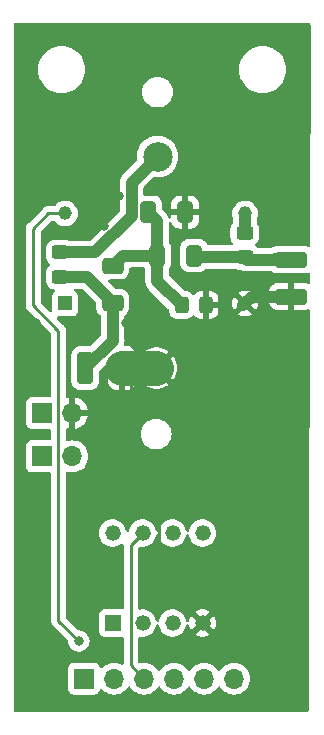
<source format=gbr>
%TF.GenerationSoftware,KiCad,Pcbnew,7.0.11-2.fc39*%
%TF.CreationDate,2024-06-07T09:19:16-04:00*%
%TF.ProjectId,OS-44,4f532d34-342e-46b6-9963-61645f706362,rev?*%
%TF.SameCoordinates,Original*%
%TF.FileFunction,Copper,L2,Bot*%
%TF.FilePolarity,Positive*%
%FSLAX46Y46*%
G04 Gerber Fmt 4.6, Leading zero omitted, Abs format (unit mm)*
G04 Created by KiCad (PCBNEW 7.0.11-2.fc39) date 2024-06-07 09:19:16*
%MOMM*%
%LPD*%
G01*
G04 APERTURE LIST*
G04 Aperture macros list*
%AMRoundRect*
0 Rectangle with rounded corners*
0 $1 Rounding radius*
0 $2 $3 $4 $5 $6 $7 $8 $9 X,Y pos of 4 corners*
0 Add a 4 corners polygon primitive as box body*
4,1,4,$2,$3,$4,$5,$6,$7,$8,$9,$2,$3,0*
0 Add four circle primitives for the rounded corners*
1,1,$1+$1,$2,$3*
1,1,$1+$1,$4,$5*
1,1,$1+$1,$6,$7*
1,1,$1+$1,$8,$9*
0 Add four rect primitives between the rounded corners*
20,1,$1+$1,$2,$3,$4,$5,0*
20,1,$1+$1,$4,$5,$6,$7,0*
20,1,$1+$1,$6,$7,$8,$9,0*
20,1,$1+$1,$8,$9,$2,$3,0*%
G04 Aperture macros list end*
%TA.AperFunction,ComponentPad*%
%ADD10R,1.158000X1.158000*%
%TD*%
%TA.AperFunction,ComponentPad*%
%ADD11C,1.158000*%
%TD*%
%TA.AperFunction,ComponentPad*%
%ADD12R,1.320800X1.320800*%
%TD*%
%TA.AperFunction,ComponentPad*%
%ADD13C,1.320800*%
%TD*%
%TA.AperFunction,ComponentPad*%
%ADD14R,1.700000X1.700000*%
%TD*%
%TA.AperFunction,ComponentPad*%
%ADD15O,1.700000X1.700000*%
%TD*%
%TA.AperFunction,ComponentPad*%
%ADD16C,2.500000*%
%TD*%
%TA.AperFunction,SMDPad,CuDef*%
%ADD17RoundRect,0.250000X0.412500X0.650000X-0.412500X0.650000X-0.412500X-0.650000X0.412500X-0.650000X0*%
%TD*%
%TA.AperFunction,SMDPad,CuDef*%
%ADD18RoundRect,0.250000X-0.450000X0.325000X-0.450000X-0.325000X0.450000X-0.325000X0.450000X0.325000X0*%
%TD*%
%TA.AperFunction,SMDPad,CuDef*%
%ADD19RoundRect,0.250000X0.450000X-0.325000X0.450000X0.325000X-0.450000X0.325000X-0.450000X-0.325000X0*%
%TD*%
%TA.AperFunction,SMDPad,CuDef*%
%ADD20RoundRect,0.250000X-0.325000X-0.450000X0.325000X-0.450000X0.325000X0.450000X-0.325000X0.450000X0*%
%TD*%
%TA.AperFunction,SMDPad,CuDef*%
%ADD21RoundRect,0.250000X-0.650000X0.412500X-0.650000X-0.412500X0.650000X-0.412500X0.650000X0.412500X0*%
%TD*%
%TA.AperFunction,SMDPad,CuDef*%
%ADD22RoundRect,0.250000X-0.412500X-0.650000X0.412500X-0.650000X0.412500X0.650000X-0.412500X0.650000X0*%
%TD*%
%TA.AperFunction,SMDPad,CuDef*%
%ADD23RoundRect,0.250000X-0.412500X-1.100000X0.412500X-1.100000X0.412500X1.100000X-0.412500X1.100000X0*%
%TD*%
%TA.AperFunction,SMDPad,CuDef*%
%ADD24RoundRect,0.250000X-1.100000X0.412500X-1.100000X-0.412500X1.100000X-0.412500X1.100000X0.412500X0*%
%TD*%
%TA.AperFunction,ViaPad*%
%ADD25C,0.800000*%
%TD*%
%TA.AperFunction,Conductor*%
%ADD26C,1.000000*%
%TD*%
%TA.AperFunction,Conductor*%
%ADD27C,0.250000*%
%TD*%
%TA.AperFunction,Conductor*%
%ADD28C,3.000000*%
%TD*%
%TA.AperFunction,Conductor*%
%ADD29C,0.254000*%
%TD*%
G04 APERTURE END LIST*
D10*
%TO.P,Y1,1*%
%TO.N,N/C*%
X133890000Y-86605000D03*
D11*
%TO.P,Y1,7,CASE_GND*%
%TO.N,GND*%
X149130000Y-86605000D03*
%TO.P,Y1,8,OUTPUT*%
%TO.N,HF_MOD*%
X149130000Y-78985000D03*
%TO.P,Y1,14,+VDC*%
%TO.N,PB0*%
X133890000Y-78985000D03*
%TD*%
D12*
%TO.P,ATTINY85,1,PB5*%
%TO.N,PB5*%
X137922000Y-113665000D03*
D13*
%TO.P,ATTINY85,2,PB3*%
%TO.N,PB3*%
X140462000Y-113665000D03*
%TO.P,ATTINY85,3,PB4*%
%TO.N,PB4*%
X143002000Y-113665000D03*
%TO.P,ATTINY85,4,GND*%
%TO.N,GND*%
X145542000Y-113665000D03*
%TO.P,ATTINY85,5,PB0*%
%TO.N,PB0*%
X145542000Y-106045000D03*
%TO.P,ATTINY85,6,PB1*%
%TO.N,PB1*%
X143002000Y-106045000D03*
%TO.P,ATTINY85,7,PB2*%
%TO.N,PB2*%
X140462000Y-106045000D03*
%TO.P,ATTINY85,8,VCC*%
%TO.N,VCC*%
X137922000Y-106045000D03*
%TD*%
D14*
%TO.P,JPROG,1,Pin_1*%
%TO.N,PB0*%
X135509000Y-118364000D03*
D15*
%TO.P,JPROG,2,Pin_2*%
%TO.N,PB1*%
X138049000Y-118364000D03*
%TO.P,JPROG,3,Pin_3*%
%TO.N,PB2*%
X140589000Y-118364000D03*
%TO.P,JPROG,4,Pin_4*%
%TO.N,PB3*%
X143129000Y-118364000D03*
%TO.P,JPROG,5,Pin_5*%
%TO.N,PB4*%
X145669000Y-118364000D03*
%TO.P,JPROG,6,Pin_6*%
%TO.N,PB5*%
X148209000Y-118364000D03*
%TD*%
D16*
%TO.P,ANT,1,Pin_1*%
%TO.N,RF_OUT*%
X141732000Y-74168000D03*
%TD*%
D14*
%TO.P,PWR,1,Pin_1*%
%TO.N,VCC*%
X131973000Y-95860000D03*
D15*
%TO.P,PWR,2,Pin_2*%
%TO.N,GND*%
X134513000Y-95860000D03*
%TD*%
D16*
%TO.P,J4,1,Pin_1*%
%TO.N,GND*%
X141605000Y-92075000D03*
%TD*%
D14*
%TO.P,PWR,1,Pin_1*%
%TO.N,N/C*%
X131973000Y-99543000D03*
D15*
%TO.P,PWR,2,Pin_2*%
X134513000Y-99543000D03*
%TD*%
D17*
%TO.P,C2,1*%
%TO.N,Net-(56pF1-Pad1)*%
X144818500Y-82550000D03*
%TO.P,C2,2*%
%TO.N,Net-(C2-Pad2)*%
X141693500Y-82550000D03*
%TD*%
D18*
%TO.P,L1,1,1*%
%TO.N,HF_MOD*%
X149098000Y-80636000D03*
%TO.P,L1,2,2*%
%TO.N,Net-(56pF1-Pad1)*%
X149098000Y-82686000D03*
%TD*%
D19*
%TO.P,L3,1,1*%
%TO.N,Net-(C4-Pad2)*%
X133477000Y-84337000D03*
%TO.P,L3,2,2*%
%TO.N,RF_OUT*%
X133477000Y-82287000D03*
%TD*%
D20*
%TO.P,L2,1,1*%
%TO.N,Net-(C2-Pad2)*%
X143755000Y-86741000D03*
%TO.P,L2,2,2*%
%TO.N,GND*%
X145805000Y-86741000D03*
%TD*%
D21*
%TO.P,C4,1*%
%TO.N,Net-(C2-Pad2)*%
X137922000Y-83400500D03*
%TO.P,C4,2*%
%TO.N,Net-(C4-Pad2)*%
X137922000Y-86525500D03*
%TD*%
D22*
%TO.P,C3,1*%
%TO.N,Net-(C2-Pad2)*%
X140931500Y-78867000D03*
%TO.P,C3,2*%
%TO.N,GND*%
X144056500Y-78867000D03*
%TD*%
D23*
%TO.P,C5,1*%
%TO.N,Net-(C4-Pad2)*%
X135597500Y-92075000D03*
%TO.P,C5,2*%
%TO.N,GND*%
X138722500Y-92075000D03*
%TD*%
D24*
%TO.P,C1,1*%
%TO.N,Net-(56pF1-Pad1)*%
X153035000Y-82892500D03*
%TO.P,C1,2*%
%TO.N,GND*%
X153035000Y-86017500D03*
%TD*%
D25*
%TO.N,GND*%
X132080000Y-71120000D03*
X149225000Y-100330000D03*
X130810000Y-113030000D03*
X151765000Y-107315000D03*
X130810000Y-92075000D03*
X149225000Y-120650000D03*
X147955000Y-102870000D03*
X149225000Y-112395000D03*
X137160000Y-78105000D03*
X145415000Y-73660000D03*
X152400000Y-99060000D03*
X139065000Y-88265000D03*
X135890000Y-72390000D03*
X146685000Y-71120000D03*
X146431000Y-78740000D03*
X148590000Y-77470000D03*
X135890000Y-120650000D03*
X153035000Y-80645000D03*
X135255000Y-77470000D03*
X149225000Y-84455000D03*
X134620000Y-104775000D03*
X148590000Y-108585000D03*
X130810000Y-118745000D03*
X138430000Y-77470000D03*
X152400000Y-101600000D03*
X135255000Y-109347000D03*
X132080000Y-93345000D03*
X153035000Y-88265000D03*
X153035000Y-105410000D03*
X151765000Y-110490000D03*
X144780000Y-101600000D03*
X144653000Y-109855000D03*
X143510000Y-120650000D03*
X147955000Y-73025000D03*
X147193000Y-84074000D03*
X149860000Y-105410000D03*
X146685000Y-90805000D03*
X151130000Y-73025000D03*
X153035000Y-78105000D03*
X151003000Y-93980000D03*
X130810000Y-103505000D03*
X147320000Y-92710000D03*
X132080000Y-75565000D03*
X130810000Y-107315000D03*
X132715000Y-77470000D03*
X152400000Y-114300000D03*
X141097000Y-87249000D03*
X138430000Y-64770000D03*
X146050000Y-98425000D03*
X150495000Y-90805000D03*
X146558000Y-76708000D03*
X131445000Y-88265000D03*
X149860000Y-88900000D03*
X137795000Y-68580000D03*
X137160000Y-74930000D03*
X142875000Y-100965000D03*
X137160000Y-80010000D03*
X138430000Y-102870000D03*
X151130000Y-76835000D03*
X153670000Y-120650000D03*
X144780000Y-64135000D03*
X130175000Y-76200000D03*
%TO.N,PB0*%
X135059000Y-115189000D03*
%TD*%
D26*
%TO.N,Net-(56pF1-Pad1)*%
X149098000Y-82686000D02*
X144954500Y-82686000D01*
X149304500Y-82892500D02*
X149098000Y-82686000D01*
X144954500Y-82686000D02*
X144818500Y-82550000D01*
X153035000Y-82892500D02*
X149304500Y-82892500D01*
X151685500Y-82813000D02*
X151765000Y-82892500D01*
%TO.N,GND*%
X149717500Y-86017500D02*
X149130000Y-86605000D01*
D27*
X139480000Y-92295000D02*
X139700000Y-92075000D01*
X142016600Y-102519600D02*
X139480000Y-99983000D01*
X141859000Y-102677200D02*
X142016600Y-102519600D01*
X142016600Y-110139600D02*
X142016600Y-107345600D01*
X139480000Y-99983000D02*
X139480000Y-92295000D01*
X145542000Y-113665000D02*
X142016600Y-110139600D01*
D26*
X149717500Y-86017500D02*
X153035000Y-86017500D01*
D28*
X141605000Y-92075000D02*
X139700000Y-92075000D01*
D26*
X148994000Y-86741000D02*
X149130000Y-86605000D01*
D27*
X141859000Y-107188000D02*
X141859000Y-102677200D01*
D28*
X139700000Y-92075000D02*
X138722500Y-92075000D01*
D27*
X142016600Y-107345600D02*
X141859000Y-107188000D01*
D26*
%TO.N,Net-(C2-Pad2)*%
X141693500Y-84679500D02*
X143755000Y-86741000D01*
X141693500Y-79629000D02*
X140931500Y-78867000D01*
X141693500Y-82550000D02*
X138772500Y-82550000D01*
X141693500Y-82550000D02*
X141693500Y-84679500D01*
X141693500Y-82550000D02*
X141693500Y-79629000D01*
X138772500Y-82550000D02*
X137922000Y-83400500D01*
%TO.N,Net-(C4-Pad2)*%
X137922000Y-89750500D02*
X135597500Y-92075000D01*
X137922000Y-86525500D02*
X137922000Y-89750500D01*
X137922000Y-86525500D02*
X135733500Y-84337000D01*
X135733500Y-84337000D02*
X133477000Y-84337000D01*
D27*
%TO.N,PB0*%
X133338000Y-88912000D02*
X131191000Y-86765000D01*
X131191000Y-80264000D02*
X132470000Y-78985000D01*
X133338000Y-113468000D02*
X135059000Y-115189000D01*
X132470000Y-78985000D02*
X133890000Y-78985000D01*
X131191000Y-86765000D02*
X131191000Y-80264000D01*
X133338000Y-88912000D02*
X133338000Y-113468000D01*
D29*
%TO.N,PB2*%
X139474600Y-107032400D02*
X139474600Y-117249600D01*
X139474600Y-117249600D02*
X140589000Y-118364000D01*
X140462000Y-106045000D02*
X139474600Y-107032400D01*
D26*
%TO.N,RF_OUT*%
X136438635Y-82287000D02*
X139530000Y-79195635D01*
X139530000Y-76370000D02*
X141732000Y-74168000D01*
X133477000Y-82287000D02*
X136438635Y-82287000D01*
X139530000Y-79195635D02*
X139530000Y-76370000D01*
%TO.N,HF_MOD*%
X149130000Y-78985000D02*
X149130000Y-80731000D01*
X149130000Y-80731000D02*
X149098000Y-80763000D01*
%TD*%
%TA.AperFunction,Conductor*%
%TO.N,GND*%
G36*
X154628265Y-62885185D02*
G01*
X154674020Y-62937989D01*
X154685226Y-62989772D01*
X154644215Y-81690403D01*
X154624383Y-81757399D01*
X154571479Y-81803038D01*
X154502299Y-81812830D01*
X154461070Y-81797834D01*
X154460882Y-81798240D01*
X154456261Y-81796085D01*
X154455119Y-81795670D01*
X154454340Y-81795189D01*
X154454335Y-81795187D01*
X154454334Y-81795186D01*
X154287797Y-81740001D01*
X154287795Y-81740000D01*
X154185010Y-81729500D01*
X151884998Y-81729500D01*
X151884981Y-81729501D01*
X151782203Y-81740000D01*
X151782200Y-81740001D01*
X151615670Y-81795183D01*
X151615667Y-81795185D01*
X151601453Y-81803952D01*
X151552027Y-81821416D01*
X151458175Y-81833368D01*
X151345077Y-81872026D01*
X151306143Y-81885335D01*
X151266038Y-81892000D01*
X150191730Y-81892000D01*
X150124691Y-81872315D01*
X150104049Y-81855681D01*
X150016658Y-81768290D01*
X150016656Y-81768288D01*
X150013819Y-81766538D01*
X150012283Y-81764830D01*
X150010989Y-81763807D01*
X150011163Y-81763585D01*
X149967096Y-81714594D01*
X149955872Y-81645632D01*
X149983713Y-81581549D01*
X150013817Y-81555462D01*
X150016656Y-81553712D01*
X150140712Y-81429656D01*
X150232814Y-81280334D01*
X150287999Y-81113797D01*
X150298500Y-81011009D01*
X150298499Y-80260992D01*
X150287999Y-80158203D01*
X150232814Y-79991666D01*
X150230870Y-79988514D01*
X150148961Y-79855717D01*
X150130500Y-79790621D01*
X150130500Y-79426696D01*
X150138875Y-79381899D01*
X150140913Y-79376636D01*
X150140916Y-79376631D01*
X150195666Y-79184207D01*
X150214125Y-78985000D01*
X150195666Y-78785793D01*
X150140916Y-78593369D01*
X150128132Y-78567696D01*
X150073601Y-78458181D01*
X150051742Y-78414282D01*
X149931178Y-78254630D01*
X149783331Y-78119850D01*
X149613236Y-78014531D01*
X149613235Y-78014530D01*
X149476830Y-77961687D01*
X149426685Y-77942261D01*
X149230030Y-77905500D01*
X149029970Y-77905500D01*
X148833315Y-77942261D01*
X148833312Y-77942261D01*
X148833312Y-77942262D01*
X148646764Y-78014530D01*
X148646763Y-78014531D01*
X148476667Y-78119851D01*
X148328823Y-78254628D01*
X148208258Y-78414281D01*
X148119088Y-78593358D01*
X148119083Y-78593371D01*
X148064333Y-78785793D01*
X148045875Y-78984999D01*
X148045875Y-78985000D01*
X148064333Y-79184206D01*
X148119084Y-79376632D01*
X148121125Y-79381899D01*
X148129500Y-79426696D01*
X148129500Y-79716770D01*
X148109815Y-79783809D01*
X148093181Y-79804451D01*
X148055289Y-79842342D01*
X147963187Y-79991663D01*
X147963185Y-79991668D01*
X147949852Y-80031906D01*
X147908001Y-80158203D01*
X147908001Y-80158204D01*
X147908000Y-80158204D01*
X147897500Y-80260983D01*
X147897500Y-81011001D01*
X147897501Y-81011019D01*
X147908000Y-81113796D01*
X147908001Y-81113799D01*
X147941598Y-81215186D01*
X147963186Y-81280334D01*
X148029926Y-81388538D01*
X148055289Y-81429657D01*
X148099451Y-81473819D01*
X148132936Y-81535142D01*
X148127952Y-81604834D01*
X148086080Y-81660767D01*
X148020616Y-81685184D01*
X148011770Y-81685500D01*
X146040094Y-81685500D01*
X145973055Y-81665815D01*
X145927300Y-81613011D01*
X145922389Y-81600506D01*
X145915815Y-81580668D01*
X145915812Y-81580663D01*
X145823712Y-81431344D01*
X145699656Y-81307288D01*
X145561383Y-81222001D01*
X145550336Y-81215187D01*
X145550331Y-81215185D01*
X145539210Y-81211500D01*
X145383797Y-81160001D01*
X145383795Y-81160000D01*
X145281010Y-81149500D01*
X144355998Y-81149500D01*
X144355980Y-81149501D01*
X144253203Y-81160000D01*
X144253200Y-81160001D01*
X144086668Y-81215185D01*
X144086663Y-81215187D01*
X143937342Y-81307289D01*
X143813289Y-81431342D01*
X143721187Y-81580663D01*
X143721185Y-81580668D01*
X143699658Y-81645632D01*
X143666001Y-81747203D01*
X143666001Y-81747204D01*
X143666000Y-81747204D01*
X143655500Y-81849983D01*
X143655500Y-83250001D01*
X143655501Y-83250018D01*
X143666000Y-83352796D01*
X143666001Y-83352799D01*
X143708011Y-83479575D01*
X143721186Y-83519334D01*
X143813288Y-83668656D01*
X143937344Y-83792712D01*
X144086666Y-83884814D01*
X144253203Y-83939999D01*
X144355991Y-83950500D01*
X145281008Y-83950499D01*
X145281016Y-83950498D01*
X145281019Y-83950498D01*
X145337302Y-83944748D01*
X145383797Y-83939999D01*
X145550334Y-83884814D01*
X145699656Y-83792712D01*
X145769549Y-83722819D01*
X145830872Y-83689334D01*
X145857230Y-83686500D01*
X148281202Y-83686500D01*
X148321204Y-83695368D01*
X148321810Y-83693542D01*
X148328665Y-83695813D01*
X148328666Y-83695814D01*
X148495203Y-83750999D01*
X148597991Y-83761500D01*
X148766973Y-83761499D01*
X148815872Y-83771547D01*
X148837568Y-83780857D01*
X148870677Y-83795065D01*
X148879153Y-83799090D01*
X148931451Y-83826409D01*
X148955897Y-83833403D01*
X148960684Y-83834773D01*
X148975476Y-83840039D01*
X149003439Y-83852039D01*
X149003442Y-83852040D01*
X149056793Y-83863003D01*
X149061227Y-83863914D01*
X149070369Y-83866157D01*
X149127082Y-83882386D01*
X149157418Y-83884696D01*
X149172957Y-83886876D01*
X149202755Y-83893000D01*
X149202759Y-83893000D01*
X149261744Y-83893000D01*
X149271159Y-83893357D01*
X149329976Y-83897837D01*
X149360151Y-83893993D01*
X149375818Y-83893000D01*
X151423539Y-83893000D01*
X151488633Y-83911460D01*
X151615666Y-83989814D01*
X151782203Y-84044999D01*
X151884991Y-84055500D01*
X154185008Y-84055499D01*
X154287797Y-84044999D01*
X154454334Y-83989814D01*
X154454343Y-83989808D01*
X154460882Y-83986760D01*
X154462044Y-83989253D01*
X154517195Y-83974146D01*
X154583865Y-83995049D01*
X154628649Y-84048678D01*
X154638935Y-84098397D01*
X154637370Y-84811767D01*
X154617538Y-84878763D01*
X154564634Y-84924402D01*
X154495454Y-84934194D01*
X154461513Y-84921886D01*
X154460670Y-84923696D01*
X154454119Y-84920641D01*
X154287697Y-84865494D01*
X154287690Y-84865493D01*
X154184986Y-84855000D01*
X153285000Y-84855000D01*
X153285000Y-87179999D01*
X154184972Y-87179999D01*
X154184986Y-87179998D01*
X154287697Y-87169505D01*
X154454119Y-87114358D01*
X154455662Y-87113639D01*
X154456822Y-87113462D01*
X154460977Y-87112086D01*
X154461212Y-87112795D01*
X154524739Y-87103142D01*
X154588525Y-87131657D01*
X154626769Y-87190131D01*
X154632075Y-87226289D01*
X154588318Y-107179770D01*
X154561144Y-119571547D01*
X154558500Y-120777035D01*
X154558500Y-121033500D01*
X154538815Y-121100539D01*
X154486011Y-121146294D01*
X154434500Y-121157500D01*
X129664500Y-121157500D01*
X129597461Y-121137815D01*
X129551706Y-121085011D01*
X129540500Y-121033500D01*
X129540500Y-119261870D01*
X134158500Y-119261870D01*
X134158501Y-119261876D01*
X134164908Y-119321483D01*
X134215202Y-119456328D01*
X134215206Y-119456335D01*
X134301452Y-119571544D01*
X134301455Y-119571547D01*
X134416664Y-119657793D01*
X134416671Y-119657797D01*
X134551517Y-119708091D01*
X134551516Y-119708091D01*
X134558444Y-119708835D01*
X134611127Y-119714500D01*
X136406872Y-119714499D01*
X136466483Y-119708091D01*
X136601331Y-119657796D01*
X136716546Y-119571546D01*
X136802796Y-119456331D01*
X136851810Y-119324916D01*
X136893681Y-119268984D01*
X136959145Y-119244566D01*
X137027418Y-119259417D01*
X137055673Y-119280569D01*
X137177599Y-119402495D01*
X137274384Y-119470265D01*
X137371165Y-119538032D01*
X137371167Y-119538033D01*
X137371170Y-119538035D01*
X137585337Y-119637903D01*
X137813592Y-119699063D01*
X137990034Y-119714500D01*
X138048999Y-119719659D01*
X138049000Y-119719659D01*
X138049001Y-119719659D01*
X138107966Y-119714500D01*
X138284408Y-119699063D01*
X138512663Y-119637903D01*
X138726830Y-119538035D01*
X138920401Y-119402495D01*
X139087495Y-119235401D01*
X139217425Y-119049842D01*
X139272002Y-119006217D01*
X139341500Y-118999023D01*
X139403855Y-119030546D01*
X139420575Y-119049842D01*
X139550500Y-119235395D01*
X139550505Y-119235401D01*
X139717599Y-119402495D01*
X139814384Y-119470265D01*
X139911165Y-119538032D01*
X139911167Y-119538033D01*
X139911170Y-119538035D01*
X140125337Y-119637903D01*
X140353592Y-119699063D01*
X140530034Y-119714500D01*
X140588999Y-119719659D01*
X140589000Y-119719659D01*
X140589001Y-119719659D01*
X140647966Y-119714500D01*
X140824408Y-119699063D01*
X141052663Y-119637903D01*
X141266830Y-119538035D01*
X141460401Y-119402495D01*
X141627495Y-119235401D01*
X141757425Y-119049842D01*
X141812002Y-119006217D01*
X141881500Y-118999023D01*
X141943855Y-119030546D01*
X141960575Y-119049842D01*
X142090500Y-119235395D01*
X142090505Y-119235401D01*
X142257599Y-119402495D01*
X142354384Y-119470265D01*
X142451165Y-119538032D01*
X142451167Y-119538033D01*
X142451170Y-119538035D01*
X142665337Y-119637903D01*
X142893592Y-119699063D01*
X143070034Y-119714500D01*
X143128999Y-119719659D01*
X143129000Y-119719659D01*
X143129001Y-119719659D01*
X143187966Y-119714500D01*
X143364408Y-119699063D01*
X143592663Y-119637903D01*
X143806830Y-119538035D01*
X144000401Y-119402495D01*
X144167495Y-119235401D01*
X144297425Y-119049842D01*
X144352002Y-119006217D01*
X144421500Y-118999023D01*
X144483855Y-119030546D01*
X144500575Y-119049842D01*
X144630500Y-119235395D01*
X144630505Y-119235401D01*
X144797599Y-119402495D01*
X144894384Y-119470265D01*
X144991165Y-119538032D01*
X144991167Y-119538033D01*
X144991170Y-119538035D01*
X145205337Y-119637903D01*
X145433592Y-119699063D01*
X145610034Y-119714500D01*
X145668999Y-119719659D01*
X145669000Y-119719659D01*
X145669001Y-119719659D01*
X145727966Y-119714500D01*
X145904408Y-119699063D01*
X146132663Y-119637903D01*
X146346830Y-119538035D01*
X146540401Y-119402495D01*
X146707495Y-119235401D01*
X146837425Y-119049842D01*
X146892002Y-119006217D01*
X146961500Y-118999023D01*
X147023855Y-119030546D01*
X147040575Y-119049842D01*
X147170500Y-119235395D01*
X147170505Y-119235401D01*
X147337599Y-119402495D01*
X147434384Y-119470265D01*
X147531165Y-119538032D01*
X147531167Y-119538033D01*
X147531170Y-119538035D01*
X147745337Y-119637903D01*
X147973592Y-119699063D01*
X148150034Y-119714500D01*
X148208999Y-119719659D01*
X148209000Y-119719659D01*
X148209001Y-119719659D01*
X148267966Y-119714500D01*
X148444408Y-119699063D01*
X148672663Y-119637903D01*
X148886830Y-119538035D01*
X149080401Y-119402495D01*
X149247495Y-119235401D01*
X149383035Y-119041830D01*
X149482903Y-118827663D01*
X149544063Y-118599408D01*
X149564659Y-118364000D01*
X149544063Y-118128592D01*
X149482903Y-117900337D01*
X149383035Y-117686171D01*
X149377425Y-117678158D01*
X149247494Y-117492597D01*
X149080402Y-117325506D01*
X149080395Y-117325501D01*
X148886834Y-117189967D01*
X148886830Y-117189965D01*
X148831579Y-117164201D01*
X148672663Y-117090097D01*
X148672659Y-117090096D01*
X148672655Y-117090094D01*
X148444413Y-117028938D01*
X148444403Y-117028936D01*
X148209001Y-117008341D01*
X148208999Y-117008341D01*
X147973596Y-117028936D01*
X147973586Y-117028938D01*
X147745344Y-117090094D01*
X147745335Y-117090098D01*
X147531171Y-117189964D01*
X147531169Y-117189965D01*
X147337597Y-117325505D01*
X147170505Y-117492597D01*
X147040575Y-117678158D01*
X146985998Y-117721783D01*
X146916500Y-117728977D01*
X146854145Y-117697454D01*
X146837425Y-117678158D01*
X146707494Y-117492597D01*
X146540402Y-117325506D01*
X146540395Y-117325501D01*
X146346834Y-117189967D01*
X146346830Y-117189965D01*
X146291579Y-117164201D01*
X146132663Y-117090097D01*
X146132659Y-117090096D01*
X146132655Y-117090094D01*
X145904413Y-117028938D01*
X145904403Y-117028936D01*
X145669001Y-117008341D01*
X145668999Y-117008341D01*
X145433596Y-117028936D01*
X145433586Y-117028938D01*
X145205344Y-117090094D01*
X145205335Y-117090098D01*
X144991171Y-117189964D01*
X144991169Y-117189965D01*
X144797597Y-117325505D01*
X144630505Y-117492597D01*
X144500575Y-117678158D01*
X144445998Y-117721783D01*
X144376500Y-117728977D01*
X144314145Y-117697454D01*
X144297425Y-117678158D01*
X144167494Y-117492597D01*
X144000402Y-117325506D01*
X144000395Y-117325501D01*
X143806834Y-117189967D01*
X143806830Y-117189965D01*
X143751579Y-117164201D01*
X143592663Y-117090097D01*
X143592659Y-117090096D01*
X143592655Y-117090094D01*
X143364413Y-117028938D01*
X143364403Y-117028936D01*
X143129001Y-117008341D01*
X143128999Y-117008341D01*
X142893596Y-117028936D01*
X142893586Y-117028938D01*
X142665344Y-117090094D01*
X142665335Y-117090098D01*
X142451171Y-117189964D01*
X142451169Y-117189965D01*
X142257597Y-117325505D01*
X142090505Y-117492597D01*
X141960575Y-117678158D01*
X141905998Y-117721783D01*
X141836500Y-117728977D01*
X141774145Y-117697454D01*
X141757425Y-117678158D01*
X141627494Y-117492597D01*
X141460402Y-117325506D01*
X141460395Y-117325501D01*
X141266834Y-117189967D01*
X141266830Y-117189965D01*
X141211579Y-117164201D01*
X141052663Y-117090097D01*
X141052659Y-117090096D01*
X141052655Y-117090094D01*
X140824413Y-117028938D01*
X140824403Y-117028936D01*
X140589001Y-117008341D01*
X140588999Y-117008341D01*
X140353596Y-117028936D01*
X140353583Y-117028939D01*
X140258192Y-117054498D01*
X140188342Y-117052835D01*
X140130480Y-117013672D01*
X140102977Y-116949443D01*
X140102100Y-116934723D01*
X140102100Y-114928059D01*
X140121785Y-114861020D01*
X140174589Y-114815265D01*
X140243747Y-114805321D01*
X140248848Y-114806163D01*
X140354427Y-114825900D01*
X140354429Y-114825900D01*
X140569571Y-114825900D01*
X140569573Y-114825900D01*
X140781056Y-114786367D01*
X140981674Y-114708647D01*
X141164595Y-114595387D01*
X141323591Y-114450444D01*
X141453245Y-114278753D01*
X141549144Y-114086162D01*
X141608022Y-113879229D01*
X141608529Y-113873758D01*
X141634315Y-113808820D01*
X141691115Y-113768132D01*
X141760896Y-113764612D01*
X141821503Y-113799377D01*
X141853693Y-113861389D01*
X141855471Y-113873758D01*
X141855977Y-113879227D01*
X141914855Y-114086159D01*
X141914860Y-114086172D01*
X142010751Y-114278746D01*
X142010753Y-114278749D01*
X142010755Y-114278753D01*
X142010758Y-114278757D01*
X142010760Y-114278760D01*
X142047836Y-114327857D01*
X142140409Y-114450444D01*
X142140412Y-114450446D01*
X142140414Y-114450449D01*
X142299402Y-114595385D01*
X142299404Y-114595386D01*
X142299405Y-114595387D01*
X142482326Y-114708647D01*
X142682944Y-114786367D01*
X142894427Y-114825900D01*
X142894429Y-114825900D01*
X143109571Y-114825900D01*
X143109573Y-114825900D01*
X143321056Y-114786367D01*
X143521674Y-114708647D01*
X143704595Y-114595387D01*
X143863591Y-114450444D01*
X143993245Y-114278753D01*
X144089144Y-114086162D01*
X144148022Y-113879229D01*
X144148780Y-113871047D01*
X144174564Y-113806110D01*
X144231363Y-113765421D01*
X144301144Y-113761899D01*
X144361752Y-113796663D01*
X144393943Y-113858675D01*
X144395722Y-113871043D01*
X144396471Y-113879131D01*
X144455325Y-114085984D01*
X144551182Y-114278489D01*
X144561410Y-114292034D01*
X144561411Y-114292035D01*
X145138452Y-113714994D01*
X145150673Y-113792150D01*
X145209117Y-113906854D01*
X145300146Y-113997883D01*
X145414850Y-114056327D01*
X145492005Y-114068547D01*
X144917436Y-114643114D01*
X145022545Y-114708195D01*
X145022551Y-114708197D01*
X145223083Y-114785883D01*
X145434475Y-114825400D01*
X145649525Y-114825400D01*
X145860916Y-114785883D01*
X145860917Y-114785883D01*
X146061448Y-114708197D01*
X146061449Y-114708197D01*
X146166562Y-114643114D01*
X145591995Y-114068547D01*
X145669150Y-114056327D01*
X145783854Y-113997883D01*
X145874883Y-113906854D01*
X145933327Y-113792150D01*
X145945547Y-113714994D01*
X146522588Y-114292035D01*
X146532816Y-114278491D01*
X146628674Y-114085984D01*
X146687528Y-113879131D01*
X146707370Y-113665000D01*
X146687528Y-113450868D01*
X146628674Y-113244015D01*
X146532821Y-113051517D01*
X146532813Y-113051504D01*
X146522587Y-113037963D01*
X145945547Y-113615004D01*
X145933327Y-113537850D01*
X145874883Y-113423146D01*
X145783854Y-113332117D01*
X145669150Y-113273673D01*
X145591995Y-113261452D01*
X146166562Y-112686884D01*
X146061447Y-112621801D01*
X145860916Y-112544116D01*
X145649525Y-112504600D01*
X145434475Y-112504600D01*
X145223083Y-112544116D01*
X145223082Y-112544116D01*
X145022551Y-112621802D01*
X145022548Y-112621803D01*
X144917436Y-112686884D01*
X145492005Y-113261452D01*
X145414850Y-113273673D01*
X145300146Y-113332117D01*
X145209117Y-113423146D01*
X145150673Y-113537850D01*
X145138452Y-113615005D01*
X144561411Y-113037964D01*
X144551179Y-113051515D01*
X144455325Y-113244015D01*
X144396471Y-113450867D01*
X144395722Y-113458957D01*
X144369934Y-113523894D01*
X144313133Y-113564580D01*
X144243352Y-113568098D01*
X144182746Y-113533332D01*
X144150557Y-113471318D01*
X144148780Y-113458952D01*
X144148022Y-113450772D01*
X144136042Y-113408667D01*
X144089144Y-113243838D01*
X144071751Y-113208909D01*
X143993248Y-113051253D01*
X143993247Y-113051252D01*
X143993245Y-113051247D01*
X143863591Y-112879556D01*
X143863587Y-112879552D01*
X143863585Y-112879550D01*
X143704597Y-112734614D01*
X143627510Y-112686884D01*
X143521674Y-112621353D01*
X143321056Y-112543633D01*
X143109573Y-112504100D01*
X142894427Y-112504100D01*
X142682944Y-112543633D01*
X142595397Y-112577549D01*
X142482328Y-112621352D01*
X142482327Y-112621352D01*
X142299402Y-112734614D01*
X142140414Y-112879550D01*
X142140407Y-112879558D01*
X142010760Y-113051239D01*
X142010751Y-113051253D01*
X141914860Y-113243827D01*
X141914855Y-113243840D01*
X141855978Y-113450771D01*
X141855471Y-113456243D01*
X141829685Y-113521180D01*
X141772884Y-113561867D01*
X141703103Y-113565387D01*
X141642497Y-113530622D01*
X141610307Y-113468609D01*
X141608529Y-113456243D01*
X141608022Y-113450771D01*
X141549144Y-113243838D01*
X141531751Y-113208909D01*
X141453248Y-113051253D01*
X141453247Y-113051252D01*
X141453245Y-113051247D01*
X141323591Y-112879556D01*
X141323587Y-112879552D01*
X141323585Y-112879550D01*
X141164597Y-112734614D01*
X141087510Y-112686884D01*
X140981674Y-112621353D01*
X140781056Y-112543633D01*
X140569573Y-112504100D01*
X140354427Y-112504100D01*
X140320462Y-112510449D01*
X140248884Y-112523829D01*
X140179369Y-112516798D01*
X140124691Y-112473300D01*
X140102209Y-112407146D01*
X140102100Y-112401940D01*
X140102100Y-107343681D01*
X140121785Y-107276642D01*
X140138414Y-107256004D01*
X140168431Y-107225987D01*
X140229751Y-107192503D01*
X140278894Y-107191780D01*
X140354427Y-107205900D01*
X140354430Y-107205900D01*
X140569571Y-107205900D01*
X140569573Y-107205900D01*
X140781056Y-107166367D01*
X140981674Y-107088647D01*
X141164595Y-106975387D01*
X141323591Y-106830444D01*
X141453245Y-106658753D01*
X141549144Y-106466162D01*
X141608022Y-106259229D01*
X141608529Y-106253758D01*
X141634315Y-106188820D01*
X141691115Y-106148132D01*
X141760896Y-106144612D01*
X141821503Y-106179377D01*
X141853693Y-106241389D01*
X141855471Y-106253758D01*
X141855977Y-106259227D01*
X141914855Y-106466159D01*
X141914860Y-106466172D01*
X142010751Y-106658746D01*
X142010753Y-106658749D01*
X142010755Y-106658753D01*
X142010758Y-106658757D01*
X142010760Y-106658760D01*
X142049785Y-106710438D01*
X142140409Y-106830444D01*
X142140412Y-106830446D01*
X142140414Y-106830449D01*
X142299402Y-106975385D01*
X142299404Y-106975386D01*
X142299405Y-106975387D01*
X142482326Y-107088647D01*
X142682944Y-107166367D01*
X142894427Y-107205900D01*
X142894429Y-107205900D01*
X143109571Y-107205900D01*
X143109573Y-107205900D01*
X143321056Y-107166367D01*
X143521674Y-107088647D01*
X143704595Y-106975387D01*
X143863591Y-106830444D01*
X143993245Y-106658753D01*
X144089144Y-106466162D01*
X144148022Y-106259229D01*
X144148529Y-106253758D01*
X144174315Y-106188820D01*
X144231115Y-106148132D01*
X144300896Y-106144612D01*
X144361503Y-106179377D01*
X144393693Y-106241389D01*
X144395471Y-106253758D01*
X144395977Y-106259227D01*
X144454855Y-106466159D01*
X144454860Y-106466172D01*
X144550751Y-106658746D01*
X144550753Y-106658749D01*
X144550755Y-106658753D01*
X144550758Y-106658757D01*
X144550760Y-106658760D01*
X144589785Y-106710438D01*
X144680409Y-106830444D01*
X144680412Y-106830446D01*
X144680414Y-106830449D01*
X144839402Y-106975385D01*
X144839404Y-106975386D01*
X144839405Y-106975387D01*
X145022326Y-107088647D01*
X145222944Y-107166367D01*
X145434427Y-107205900D01*
X145434429Y-107205900D01*
X145649571Y-107205900D01*
X145649573Y-107205900D01*
X145861056Y-107166367D01*
X146061674Y-107088647D01*
X146244595Y-106975387D01*
X146403591Y-106830444D01*
X146533245Y-106658753D01*
X146629144Y-106466162D01*
X146688022Y-106259229D01*
X146707873Y-106045000D01*
X146688022Y-105830771D01*
X146629144Y-105623838D01*
X146533245Y-105431247D01*
X146403591Y-105259556D01*
X146403587Y-105259552D01*
X146403585Y-105259550D01*
X146244597Y-105114614D01*
X146204811Y-105089979D01*
X146061674Y-105001353D01*
X145861056Y-104923633D01*
X145649573Y-104884100D01*
X145434427Y-104884100D01*
X145222944Y-104923633D01*
X145096075Y-104972782D01*
X145022328Y-105001352D01*
X145022327Y-105001352D01*
X144839402Y-105114614D01*
X144680414Y-105259550D01*
X144680407Y-105259558D01*
X144550760Y-105431239D01*
X144550751Y-105431253D01*
X144454860Y-105623827D01*
X144454855Y-105623840D01*
X144395978Y-105830771D01*
X144395471Y-105836243D01*
X144369685Y-105901180D01*
X144312884Y-105941867D01*
X144243103Y-105945387D01*
X144182497Y-105910622D01*
X144150307Y-105848609D01*
X144148529Y-105836243D01*
X144148022Y-105830771D01*
X144089144Y-105623838D01*
X143993245Y-105431247D01*
X143863591Y-105259556D01*
X143863587Y-105259552D01*
X143863585Y-105259550D01*
X143704597Y-105114614D01*
X143664811Y-105089979D01*
X143521674Y-105001353D01*
X143321056Y-104923633D01*
X143109573Y-104884100D01*
X142894427Y-104884100D01*
X142682944Y-104923633D01*
X142556075Y-104972782D01*
X142482328Y-105001352D01*
X142482327Y-105001352D01*
X142299402Y-105114614D01*
X142140414Y-105259550D01*
X142140407Y-105259558D01*
X142010760Y-105431239D01*
X142010751Y-105431253D01*
X141914860Y-105623827D01*
X141914855Y-105623840D01*
X141855978Y-105830771D01*
X141855471Y-105836243D01*
X141829685Y-105901180D01*
X141772884Y-105941867D01*
X141703103Y-105945387D01*
X141642497Y-105910622D01*
X141610307Y-105848609D01*
X141608529Y-105836243D01*
X141608022Y-105830771D01*
X141549144Y-105623838D01*
X141453245Y-105431247D01*
X141323591Y-105259556D01*
X141323587Y-105259552D01*
X141323585Y-105259550D01*
X141164597Y-105114614D01*
X141124811Y-105089979D01*
X140981674Y-105001353D01*
X140781056Y-104923633D01*
X140569573Y-104884100D01*
X140354427Y-104884100D01*
X140142944Y-104923633D01*
X140016075Y-104972782D01*
X139942328Y-105001352D01*
X139942327Y-105001352D01*
X139759402Y-105114614D01*
X139600414Y-105259550D01*
X139600407Y-105259558D01*
X139470760Y-105431239D01*
X139470751Y-105431253D01*
X139374860Y-105623827D01*
X139374855Y-105623840D01*
X139315978Y-105830771D01*
X139315471Y-105836243D01*
X139289685Y-105901180D01*
X139232884Y-105941867D01*
X139163103Y-105945387D01*
X139102497Y-105910622D01*
X139070307Y-105848609D01*
X139068529Y-105836243D01*
X139068022Y-105830771D01*
X139009144Y-105623838D01*
X138913245Y-105431247D01*
X138783591Y-105259556D01*
X138783587Y-105259552D01*
X138783585Y-105259550D01*
X138624597Y-105114614D01*
X138584811Y-105089979D01*
X138441674Y-105001353D01*
X138241056Y-104923633D01*
X138029573Y-104884100D01*
X137814427Y-104884100D01*
X137602944Y-104923633D01*
X137476075Y-104972782D01*
X137402328Y-105001352D01*
X137402327Y-105001352D01*
X137219402Y-105114614D01*
X137060414Y-105259550D01*
X137060407Y-105259558D01*
X136930760Y-105431239D01*
X136930751Y-105431253D01*
X136834860Y-105623827D01*
X136834855Y-105623840D01*
X136775977Y-105830771D01*
X136756127Y-106044999D01*
X136756127Y-106045000D01*
X136775977Y-106259228D01*
X136834855Y-106466159D01*
X136834860Y-106466172D01*
X136930751Y-106658746D01*
X136930753Y-106658749D01*
X136930755Y-106658753D01*
X136930758Y-106658757D01*
X136930760Y-106658760D01*
X136969785Y-106710438D01*
X137060409Y-106830444D01*
X137060412Y-106830446D01*
X137060414Y-106830449D01*
X137219402Y-106975385D01*
X137219404Y-106975386D01*
X137219405Y-106975387D01*
X137402326Y-107088647D01*
X137602944Y-107166367D01*
X137814427Y-107205900D01*
X137814429Y-107205900D01*
X138029571Y-107205900D01*
X138029573Y-107205900D01*
X138241056Y-107166367D01*
X138441674Y-107088647D01*
X138624595Y-106975387D01*
X138638303Y-106962890D01*
X138701103Y-106932273D01*
X138770491Y-106940469D01*
X138824432Y-106984877D01*
X138845290Y-107042850D01*
X138846549Y-107056160D01*
X138847100Y-107067837D01*
X138847100Y-112390943D01*
X138827415Y-112457982D01*
X138774611Y-112503737D01*
X138705453Y-112513681D01*
X138694588Y-112511621D01*
X138689884Y-112510509D01*
X138689883Y-112510509D01*
X138689881Y-112510508D01*
X138689878Y-112510508D01*
X138630283Y-112504101D01*
X138630281Y-112504100D01*
X138630273Y-112504100D01*
X138630264Y-112504100D01*
X137213729Y-112504100D01*
X137213723Y-112504101D01*
X137154116Y-112510508D01*
X137019271Y-112560802D01*
X137019264Y-112560806D01*
X136904055Y-112647052D01*
X136904052Y-112647055D01*
X136817806Y-112762264D01*
X136817802Y-112762271D01*
X136767508Y-112897117D01*
X136761101Y-112956716D01*
X136761100Y-112956735D01*
X136761100Y-114373270D01*
X136761101Y-114373276D01*
X136767508Y-114432883D01*
X136817802Y-114567728D01*
X136817806Y-114567735D01*
X136904052Y-114682944D01*
X136904055Y-114682947D01*
X137019264Y-114769193D01*
X137019271Y-114769197D01*
X137154117Y-114819491D01*
X137154116Y-114819491D01*
X137161044Y-114820235D01*
X137213727Y-114825900D01*
X138630272Y-114825899D01*
X138689883Y-114819491D01*
X138689885Y-114819490D01*
X138689887Y-114819490D01*
X138694583Y-114818381D01*
X138764353Y-114822120D01*
X138821025Y-114862986D01*
X138846606Y-114928005D01*
X138847100Y-114939057D01*
X138847100Y-117051407D01*
X138827415Y-117118446D01*
X138774611Y-117164201D01*
X138705453Y-117174145D01*
X138670696Y-117163789D01*
X138512663Y-117090097D01*
X138512659Y-117090096D01*
X138512655Y-117090094D01*
X138284413Y-117028938D01*
X138284403Y-117028936D01*
X138049001Y-117008341D01*
X138048999Y-117008341D01*
X137813596Y-117028936D01*
X137813586Y-117028938D01*
X137585344Y-117090094D01*
X137585335Y-117090098D01*
X137371171Y-117189964D01*
X137371169Y-117189965D01*
X137177600Y-117325503D01*
X137055673Y-117447430D01*
X136994350Y-117480914D01*
X136924658Y-117475930D01*
X136868725Y-117434058D01*
X136851810Y-117403081D01*
X136802797Y-117271671D01*
X136802793Y-117271664D01*
X136716547Y-117156455D01*
X136716544Y-117156452D01*
X136601335Y-117070206D01*
X136601328Y-117070202D01*
X136466482Y-117019908D01*
X136466483Y-117019908D01*
X136406883Y-117013501D01*
X136406881Y-117013500D01*
X136406873Y-117013500D01*
X136406864Y-117013500D01*
X134611129Y-117013500D01*
X134611123Y-117013501D01*
X134551516Y-117019908D01*
X134416671Y-117070202D01*
X134416664Y-117070206D01*
X134301455Y-117156452D01*
X134301452Y-117156455D01*
X134215206Y-117271664D01*
X134215202Y-117271671D01*
X134164908Y-117406517D01*
X134158501Y-117466116D01*
X134158500Y-117466135D01*
X134158500Y-119261870D01*
X129540500Y-119261870D01*
X129540500Y-80244196D01*
X130560840Y-80244196D01*
X130562996Y-80266999D01*
X130564950Y-80287674D01*
X130565500Y-80299343D01*
X130565500Y-86682255D01*
X130563775Y-86697872D01*
X130564061Y-86697899D01*
X130563326Y-86705665D01*
X130565439Y-86772872D01*
X130565500Y-86776767D01*
X130565500Y-86804357D01*
X130566003Y-86808335D01*
X130566918Y-86819967D01*
X130568290Y-86863624D01*
X130568291Y-86863627D01*
X130573880Y-86882867D01*
X130577824Y-86901911D01*
X130579492Y-86915112D01*
X130580336Y-86921792D01*
X130596414Y-86962403D01*
X130600197Y-86973452D01*
X130606881Y-86996458D01*
X130612382Y-87015390D01*
X130616477Y-87022315D01*
X130622580Y-87032634D01*
X130631138Y-87050103D01*
X130638514Y-87068732D01*
X130664181Y-87104060D01*
X130670593Y-87113821D01*
X130692828Y-87151417D01*
X130692833Y-87151424D01*
X130706990Y-87165580D01*
X130719628Y-87180376D01*
X130731405Y-87196586D01*
X130731406Y-87196587D01*
X130765057Y-87224425D01*
X130773698Y-87232288D01*
X132676181Y-89134771D01*
X132709666Y-89196094D01*
X132712500Y-89222452D01*
X132712500Y-94385500D01*
X132692815Y-94452539D01*
X132640011Y-94498294D01*
X132588500Y-94509500D01*
X131075129Y-94509500D01*
X131075123Y-94509501D01*
X131015516Y-94515908D01*
X130880671Y-94566202D01*
X130880664Y-94566206D01*
X130765455Y-94652452D01*
X130765452Y-94652455D01*
X130679206Y-94767664D01*
X130679202Y-94767671D01*
X130628908Y-94902517D01*
X130622501Y-94962116D01*
X130622500Y-94962135D01*
X130622500Y-96757870D01*
X130622501Y-96757876D01*
X130628908Y-96817483D01*
X130679202Y-96952328D01*
X130679206Y-96952335D01*
X130765452Y-97067544D01*
X130765455Y-97067547D01*
X130880664Y-97153793D01*
X130880671Y-97153797D01*
X131015517Y-97204091D01*
X131015516Y-97204091D01*
X131022444Y-97204835D01*
X131075127Y-97210500D01*
X132588500Y-97210499D01*
X132655539Y-97230184D01*
X132701294Y-97282987D01*
X132712500Y-97334499D01*
X132712500Y-98068500D01*
X132692815Y-98135539D01*
X132640011Y-98181294D01*
X132588500Y-98192500D01*
X131075129Y-98192500D01*
X131075123Y-98192501D01*
X131015516Y-98198908D01*
X130880671Y-98249202D01*
X130880664Y-98249206D01*
X130765455Y-98335452D01*
X130765452Y-98335455D01*
X130679206Y-98450664D01*
X130679202Y-98450671D01*
X130628908Y-98585517D01*
X130622501Y-98645116D01*
X130622500Y-98645135D01*
X130622500Y-100440870D01*
X130622501Y-100440876D01*
X130628908Y-100500483D01*
X130679202Y-100635328D01*
X130679206Y-100635335D01*
X130765452Y-100750544D01*
X130765455Y-100750547D01*
X130880664Y-100836793D01*
X130880671Y-100836797D01*
X131015517Y-100887091D01*
X131015516Y-100887091D01*
X131022444Y-100887835D01*
X131075127Y-100893500D01*
X132588500Y-100893499D01*
X132655539Y-100913184D01*
X132701294Y-100965987D01*
X132712500Y-101017499D01*
X132712500Y-113385255D01*
X132710775Y-113400872D01*
X132711061Y-113400899D01*
X132710326Y-113408665D01*
X132712439Y-113475872D01*
X132712500Y-113479767D01*
X132712500Y-113507357D01*
X132713003Y-113511335D01*
X132713918Y-113522967D01*
X132715290Y-113566624D01*
X132715291Y-113566627D01*
X132720880Y-113585867D01*
X132724824Y-113604911D01*
X132727336Y-113624792D01*
X132743414Y-113665403D01*
X132747197Y-113676452D01*
X132759381Y-113718388D01*
X132769580Y-113735634D01*
X132778138Y-113753103D01*
X132785514Y-113771732D01*
X132811181Y-113807060D01*
X132817593Y-113816821D01*
X132839828Y-113854417D01*
X132839833Y-113854424D01*
X132853990Y-113868580D01*
X132866628Y-113883376D01*
X132878405Y-113899586D01*
X132878406Y-113899587D01*
X132912057Y-113927425D01*
X132920698Y-113935288D01*
X134120038Y-115134628D01*
X134153523Y-115195951D01*
X134155678Y-115209347D01*
X134163139Y-115280338D01*
X134173326Y-115377256D01*
X134173327Y-115377259D01*
X134231818Y-115557277D01*
X134231821Y-115557284D01*
X134326467Y-115721216D01*
X134453129Y-115861888D01*
X134606265Y-115973148D01*
X134606270Y-115973151D01*
X134779192Y-116050142D01*
X134779197Y-116050144D01*
X134964354Y-116089500D01*
X134964355Y-116089500D01*
X135153644Y-116089500D01*
X135153646Y-116089500D01*
X135338803Y-116050144D01*
X135511730Y-115973151D01*
X135664871Y-115861888D01*
X135791533Y-115721216D01*
X135886179Y-115557284D01*
X135944674Y-115377256D01*
X135964460Y-115189000D01*
X135944674Y-115000744D01*
X135886179Y-114820716D01*
X135791533Y-114656784D01*
X135664871Y-114516112D01*
X135664870Y-114516111D01*
X135511734Y-114404851D01*
X135511729Y-114404848D01*
X135338807Y-114327857D01*
X135338802Y-114327855D01*
X135193001Y-114296865D01*
X135153646Y-114288500D01*
X135153645Y-114288500D01*
X135094452Y-114288500D01*
X135027413Y-114268815D01*
X135006771Y-114252181D01*
X133999819Y-113245228D01*
X133966334Y-113183905D01*
X133963500Y-113157547D01*
X133963500Y-100955503D01*
X133983185Y-100888464D01*
X134035989Y-100842709D01*
X134105147Y-100832765D01*
X134119593Y-100835728D01*
X134123583Y-100836797D01*
X134277592Y-100878063D01*
X134454034Y-100893500D01*
X134512999Y-100898659D01*
X134513000Y-100898659D01*
X134513001Y-100898659D01*
X134571966Y-100893500D01*
X134748408Y-100878063D01*
X134976663Y-100816903D01*
X135190830Y-100717035D01*
X135384401Y-100581495D01*
X135551495Y-100414401D01*
X135687035Y-100220830D01*
X135786903Y-100006663D01*
X135848063Y-99778408D01*
X135868659Y-99543000D01*
X135848063Y-99307592D01*
X135786903Y-99079337D01*
X135687035Y-98865171D01*
X135636899Y-98793568D01*
X135551494Y-98671597D01*
X135384402Y-98504506D01*
X135384395Y-98504501D01*
X135190834Y-98368967D01*
X135190830Y-98368965D01*
X134976663Y-98269097D01*
X134976659Y-98269096D01*
X134976655Y-98269094D01*
X134748413Y-98207938D01*
X134748403Y-98207936D01*
X134513001Y-98187341D01*
X134512999Y-98187341D01*
X134277596Y-98207936D01*
X134277583Y-98207939D01*
X134119592Y-98250271D01*
X134049742Y-98248608D01*
X133991880Y-98209445D01*
X133964377Y-98145216D01*
X133963500Y-98130496D01*
X133963500Y-97663001D01*
X140299532Y-97663001D01*
X140319364Y-97889686D01*
X140319366Y-97889697D01*
X140378258Y-98109488D01*
X140378261Y-98109497D01*
X140474431Y-98315732D01*
X140474432Y-98315734D01*
X140604954Y-98502141D01*
X140765858Y-98663045D01*
X140765861Y-98663047D01*
X140952266Y-98793568D01*
X141158504Y-98889739D01*
X141378308Y-98948635D01*
X141548214Y-98963499D01*
X141548215Y-98963500D01*
X141548216Y-98963500D01*
X141661785Y-98963500D01*
X141661785Y-98963499D01*
X141831692Y-98948635D01*
X142051496Y-98889739D01*
X142257734Y-98793568D01*
X142444139Y-98663047D01*
X142605047Y-98502139D01*
X142735568Y-98315734D01*
X142831739Y-98109496D01*
X142890635Y-97889692D01*
X142910468Y-97663000D01*
X142890635Y-97436308D01*
X142831739Y-97216504D01*
X142735568Y-97010266D01*
X142605047Y-96823861D01*
X142605045Y-96823858D01*
X142444141Y-96662954D01*
X142257734Y-96532432D01*
X142257732Y-96532431D01*
X142051497Y-96436261D01*
X142051488Y-96436258D01*
X141831697Y-96377366D01*
X141831687Y-96377364D01*
X141661785Y-96362500D01*
X141661784Y-96362500D01*
X141548216Y-96362500D01*
X141548215Y-96362500D01*
X141378312Y-96377364D01*
X141378302Y-96377366D01*
X141158511Y-96436258D01*
X141158502Y-96436261D01*
X140952267Y-96532431D01*
X140952265Y-96532432D01*
X140765858Y-96662954D01*
X140604954Y-96823858D01*
X140474432Y-97010265D01*
X140474431Y-97010267D01*
X140378261Y-97216502D01*
X140378258Y-97216511D01*
X140319366Y-97436302D01*
X140319364Y-97436313D01*
X140299532Y-97662998D01*
X140299532Y-97663001D01*
X133963500Y-97663001D01*
X133963500Y-97271984D01*
X133983185Y-97204945D01*
X134035989Y-97159190D01*
X134105147Y-97149246D01*
X134119593Y-97152209D01*
X134263000Y-97190634D01*
X134263000Y-96295501D01*
X134370685Y-96344680D01*
X134477237Y-96360000D01*
X134548763Y-96360000D01*
X134655315Y-96344680D01*
X134763000Y-96295501D01*
X134763000Y-97190633D01*
X134976483Y-97133433D01*
X134976492Y-97133429D01*
X135190578Y-97033600D01*
X135384082Y-96898105D01*
X135551105Y-96731082D01*
X135686600Y-96537578D01*
X135786429Y-96323492D01*
X135786432Y-96323486D01*
X135843636Y-96110000D01*
X134946686Y-96110000D01*
X134972493Y-96069844D01*
X135013000Y-95931889D01*
X135013000Y-95788111D01*
X134972493Y-95650156D01*
X134946686Y-95610000D01*
X135843636Y-95610000D01*
X135843635Y-95609999D01*
X135786432Y-95396513D01*
X135786429Y-95396507D01*
X135686600Y-95182422D01*
X135686599Y-95182420D01*
X135551113Y-94988926D01*
X135551108Y-94988920D01*
X135384082Y-94821894D01*
X135190578Y-94686399D01*
X134976492Y-94586570D01*
X134976486Y-94586567D01*
X134763000Y-94529364D01*
X134763000Y-95424498D01*
X134655315Y-95375320D01*
X134548763Y-95360000D01*
X134477237Y-95360000D01*
X134370685Y-95375320D01*
X134263000Y-95424498D01*
X134263000Y-94529364D01*
X134262999Y-94529363D01*
X134119593Y-94567789D01*
X134049743Y-94566126D01*
X133991881Y-94526963D01*
X133964377Y-94462735D01*
X133963500Y-94448014D01*
X133963500Y-88994742D01*
X133965224Y-88979122D01*
X133964939Y-88979095D01*
X133965673Y-88971333D01*
X133963561Y-88904112D01*
X133963500Y-88900218D01*
X133963500Y-88872656D01*
X133963500Y-88872650D01*
X133962996Y-88868668D01*
X133962081Y-88857029D01*
X133960710Y-88813373D01*
X133955119Y-88794130D01*
X133951173Y-88775078D01*
X133948664Y-88755208D01*
X133932579Y-88714583D01*
X133928804Y-88703555D01*
X133916618Y-88661610D01*
X133906419Y-88644364D01*
X133897858Y-88626888D01*
X133890487Y-88608271D01*
X133890486Y-88608268D01*
X133864805Y-88572921D01*
X133858409Y-88563182D01*
X133836171Y-88525580D01*
X133836169Y-88525578D01*
X133836166Y-88525574D01*
X133822005Y-88511413D01*
X133809370Y-88496620D01*
X133797593Y-88480412D01*
X133763945Y-88452576D01*
X133755304Y-88444713D01*
X133206771Y-87896180D01*
X133173286Y-87834857D01*
X133178270Y-87765165D01*
X133220142Y-87709232D01*
X133285606Y-87684815D01*
X133294424Y-87684499D01*
X134516872Y-87684499D01*
X134576483Y-87678091D01*
X134711331Y-87627796D01*
X134826546Y-87541546D01*
X134912796Y-87426331D01*
X134963091Y-87291483D01*
X134969500Y-87231873D01*
X134969499Y-85978128D01*
X134963091Y-85918517D01*
X134950068Y-85883601D01*
X134912797Y-85783671D01*
X134912793Y-85783664D01*
X134826547Y-85668455D01*
X134826544Y-85668452D01*
X134711335Y-85582206D01*
X134711328Y-85582202D01*
X134699208Y-85577682D01*
X134643274Y-85535811D01*
X134618857Y-85470347D01*
X134633709Y-85402074D01*
X134683114Y-85352668D01*
X134742541Y-85337500D01*
X135267717Y-85337500D01*
X135334756Y-85357185D01*
X135355398Y-85373819D01*
X136485181Y-86503602D01*
X136518666Y-86564925D01*
X136521500Y-86591283D01*
X136521500Y-86988001D01*
X136521501Y-86988019D01*
X136532000Y-87090796D01*
X136532001Y-87090799D01*
X136587185Y-87257331D01*
X136587187Y-87257336D01*
X136608249Y-87291483D01*
X136679288Y-87406656D01*
X136803344Y-87530712D01*
X136862596Y-87567258D01*
X136909321Y-87619204D01*
X136921500Y-87672797D01*
X136921500Y-89284717D01*
X136901815Y-89351756D01*
X136885181Y-89372398D01*
X136069397Y-90188181D01*
X136008074Y-90221666D01*
X135981716Y-90224500D01*
X135134998Y-90224500D01*
X135134980Y-90224501D01*
X135032203Y-90235000D01*
X135032200Y-90235001D01*
X134865668Y-90290185D01*
X134865663Y-90290187D01*
X134716342Y-90382289D01*
X134592289Y-90506342D01*
X134500187Y-90655663D01*
X134500185Y-90655668D01*
X134494681Y-90672278D01*
X134445001Y-90822203D01*
X134445001Y-90822204D01*
X134445000Y-90822204D01*
X134434500Y-90924983D01*
X134434500Y-93225001D01*
X134434501Y-93225018D01*
X134445000Y-93327796D01*
X134445001Y-93327799D01*
X134494681Y-93477720D01*
X134500186Y-93494334D01*
X134592288Y-93643656D01*
X134716344Y-93767712D01*
X134865666Y-93859814D01*
X135032203Y-93914999D01*
X135134991Y-93925500D01*
X136060008Y-93925499D01*
X136060016Y-93925498D01*
X136060019Y-93925498D01*
X136116302Y-93919748D01*
X136162797Y-93914999D01*
X136329334Y-93859814D01*
X136478656Y-93767712D01*
X136602712Y-93643656D01*
X136694814Y-93494334D01*
X136749999Y-93327797D01*
X136760500Y-93225009D01*
X136760499Y-92378281D01*
X136776144Y-92325000D01*
X137560001Y-92325000D01*
X137560001Y-93224986D01*
X137570494Y-93327697D01*
X137625641Y-93494119D01*
X137625643Y-93494124D01*
X137717684Y-93643345D01*
X137841654Y-93767315D01*
X137990875Y-93859356D01*
X137990880Y-93859358D01*
X138157302Y-93914505D01*
X138157309Y-93914506D01*
X138260019Y-93924999D01*
X138472499Y-93924999D01*
X138472500Y-93924998D01*
X138472500Y-92325000D01*
X137560001Y-92325000D01*
X136776144Y-92325000D01*
X136780183Y-92311243D01*
X136796813Y-92290606D01*
X137348321Y-91739098D01*
X137409642Y-91705615D01*
X137479334Y-91710599D01*
X137535267Y-91752471D01*
X137559684Y-91817935D01*
X137559934Y-91824934D01*
X137560000Y-91825000D01*
X138848500Y-91825000D01*
X138915539Y-91844685D01*
X138961294Y-91897489D01*
X138972500Y-91949000D01*
X138972500Y-93924999D01*
X139184972Y-93924999D01*
X139184986Y-93924998D01*
X139287697Y-93914505D01*
X139454119Y-93859358D01*
X139454124Y-93859356D01*
X139603345Y-93767315D01*
X139727315Y-93643345D01*
X139819356Y-93494124D01*
X139819358Y-93494119D01*
X139874505Y-93327697D01*
X139874506Y-93327690D01*
X139884999Y-93224986D01*
X139884999Y-93058646D01*
X139904683Y-92991606D01*
X139957487Y-92945851D01*
X140026645Y-92935907D01*
X140090201Y-92964932D01*
X140116386Y-92996644D01*
X140155029Y-93063575D01*
X140202874Y-93123571D01*
X141042226Y-92284219D01*
X141080901Y-92377588D01*
X141177075Y-92502925D01*
X141302412Y-92599099D01*
X141395779Y-92637772D01*
X140555830Y-93477720D01*
X140727546Y-93594793D01*
X140727550Y-93594795D01*
X140963854Y-93708594D01*
X140963858Y-93708595D01*
X141214494Y-93785907D01*
X141214500Y-93785909D01*
X141473848Y-93824999D01*
X141473857Y-93825000D01*
X141736143Y-93825000D01*
X141736151Y-93824999D01*
X141995499Y-93785909D01*
X141995505Y-93785907D01*
X142246143Y-93708595D01*
X142482445Y-93594798D01*
X142482447Y-93594797D01*
X142654168Y-93477720D01*
X141814220Y-92637772D01*
X141907588Y-92599099D01*
X142032925Y-92502925D01*
X142129099Y-92377589D01*
X142167773Y-92284220D01*
X143007125Y-93123572D01*
X143054971Y-93063573D01*
X143186116Y-92836426D01*
X143281941Y-92592270D01*
X143340306Y-92336550D01*
X143340307Y-92336545D01*
X143359907Y-92075004D01*
X143359907Y-92074995D01*
X143340307Y-91813454D01*
X143340306Y-91813449D01*
X143281941Y-91557729D01*
X143186116Y-91313573D01*
X143186117Y-91313573D01*
X143054972Y-91086426D01*
X143007124Y-91026427D01*
X142167772Y-91865779D01*
X142129099Y-91772412D01*
X142032925Y-91647075D01*
X141907588Y-91550901D01*
X141814220Y-91512227D01*
X142654168Y-90672278D01*
X142482454Y-90555206D01*
X142482445Y-90555201D01*
X142246142Y-90441404D01*
X142246144Y-90441404D01*
X141995505Y-90364092D01*
X141995499Y-90364090D01*
X141736151Y-90325000D01*
X141473848Y-90325000D01*
X141214500Y-90364090D01*
X141214494Y-90364092D01*
X140963858Y-90441404D01*
X140963854Y-90441405D01*
X140727547Y-90555205D01*
X140727539Y-90555210D01*
X140555830Y-90672277D01*
X141395779Y-91512226D01*
X141302412Y-91550901D01*
X141177075Y-91647075D01*
X141080901Y-91772411D01*
X141042227Y-91865779D01*
X140202874Y-91026427D01*
X140155030Y-91086423D01*
X140116386Y-91153356D01*
X140065818Y-91201571D01*
X139997211Y-91214793D01*
X139932347Y-91188825D01*
X139891819Y-91131911D01*
X139884999Y-91091355D01*
X139884999Y-90925028D01*
X139884998Y-90925013D01*
X139874505Y-90822302D01*
X139819358Y-90655880D01*
X139819356Y-90655875D01*
X139727315Y-90506654D01*
X139603345Y-90382684D01*
X139454124Y-90290643D01*
X139454119Y-90290641D01*
X139287697Y-90235494D01*
X139287690Y-90235493D01*
X139184986Y-90225000D01*
X138995258Y-90225000D01*
X138928219Y-90205315D01*
X138882464Y-90152511D01*
X138872520Y-90083353D01*
X138879763Y-90057596D01*
X138879656Y-90057563D01*
X138880781Y-90053976D01*
X138881312Y-90052089D01*
X138881539Y-90051560D01*
X138881538Y-90051560D01*
X138881540Y-90051558D01*
X138893421Y-89993738D01*
X138895650Y-89984655D01*
X138911886Y-89927918D01*
X138914196Y-89897580D01*
X138916376Y-89882040D01*
X138922500Y-89852243D01*
X138922500Y-89793254D01*
X138922858Y-89783839D01*
X138927337Y-89725024D01*
X138923493Y-89694839D01*
X138922500Y-89679175D01*
X138922500Y-87672797D01*
X138942185Y-87605758D01*
X138981403Y-87567258D01*
X139040656Y-87530712D01*
X139164712Y-87406656D01*
X139256814Y-87257334D01*
X139311999Y-87090797D01*
X139322500Y-86988009D01*
X139322499Y-86062992D01*
X139311999Y-85960203D01*
X139256814Y-85793666D01*
X139164712Y-85644344D01*
X139040656Y-85520288D01*
X138930444Y-85452309D01*
X138891336Y-85428187D01*
X138891331Y-85428185D01*
X138887794Y-85427013D01*
X138724797Y-85373001D01*
X138724795Y-85373000D01*
X138622016Y-85362500D01*
X138622009Y-85362500D01*
X138225283Y-85362500D01*
X138158244Y-85342815D01*
X138137602Y-85326181D01*
X137586601Y-84775180D01*
X137553116Y-84713857D01*
X137558100Y-84644165D01*
X137599972Y-84588232D01*
X137665436Y-84563815D01*
X137674282Y-84563499D01*
X138622002Y-84563499D01*
X138622008Y-84563499D01*
X138724797Y-84552999D01*
X138891334Y-84497814D01*
X139040656Y-84405712D01*
X139164712Y-84281656D01*
X139256814Y-84132334D01*
X139311999Y-83965797D01*
X139322500Y-83863009D01*
X139322500Y-83674500D01*
X139342185Y-83607461D01*
X139394989Y-83561706D01*
X139446500Y-83550500D01*
X140546202Y-83550500D01*
X140613241Y-83570185D01*
X140651740Y-83609403D01*
X140674538Y-83646364D01*
X140693000Y-83711461D01*
X140693000Y-84665221D01*
X140692960Y-84668361D01*
X140690743Y-84755862D01*
X140690743Y-84755871D01*
X140701148Y-84813920D01*
X140702456Y-84823248D01*
X140708425Y-84881930D01*
X140708427Y-84881944D01*
X140717533Y-84910968D01*
X140721272Y-84926201D01*
X140726642Y-84956153D01*
X140726642Y-84956155D01*
X140748520Y-85010924D01*
X140751677Y-85019792D01*
X140769341Y-85076088D01*
X140769342Y-85076089D01*
X140769344Y-85076095D01*
X140784103Y-85102685D01*
X140790836Y-85116861D01*
X140798742Y-85136654D01*
X140802122Y-85145114D01*
X140802127Y-85145124D01*
X140834580Y-85194366D01*
X140839462Y-85202423D01*
X140868088Y-85253998D01*
X140868089Y-85254000D01*
X140872933Y-85259642D01*
X140887910Y-85277088D01*
X140897355Y-85289615D01*
X140914099Y-85315021D01*
X140955799Y-85356720D01*
X140962204Y-85363631D01*
X141000631Y-85408392D01*
X141000634Y-85408395D01*
X141024687Y-85427013D01*
X141036468Y-85437389D01*
X142643181Y-87044102D01*
X142676666Y-87105425D01*
X142679500Y-87131782D01*
X142679500Y-87241000D01*
X142679501Y-87241019D01*
X142690000Y-87343796D01*
X142690001Y-87343799D01*
X142745185Y-87510331D01*
X142745187Y-87510336D01*
X142764438Y-87541547D01*
X142837288Y-87659656D01*
X142961344Y-87783712D01*
X143110666Y-87875814D01*
X143277203Y-87930999D01*
X143379991Y-87941500D01*
X144130008Y-87941499D01*
X144130016Y-87941498D01*
X144130019Y-87941498D01*
X144186302Y-87935748D01*
X144232797Y-87930999D01*
X144399334Y-87875814D01*
X144548656Y-87783712D01*
X144672712Y-87659656D01*
X144674752Y-87656347D01*
X144676745Y-87654555D01*
X144677193Y-87653989D01*
X144677289Y-87654065D01*
X144726694Y-87609623D01*
X144795656Y-87598395D01*
X144859740Y-87626234D01*
X144885829Y-87656339D01*
X144887681Y-87659341D01*
X144887683Y-87659344D01*
X145011654Y-87783315D01*
X145160875Y-87875356D01*
X145160880Y-87875358D01*
X145327302Y-87930505D01*
X145327309Y-87930506D01*
X145430019Y-87940999D01*
X145554999Y-87940999D01*
X145555000Y-87940998D01*
X145555000Y-86991000D01*
X146055000Y-86991000D01*
X146055000Y-87940999D01*
X146179972Y-87940999D01*
X146179986Y-87940998D01*
X146282697Y-87930505D01*
X146449119Y-87875358D01*
X146449124Y-87875356D01*
X146598345Y-87783315D01*
X146722315Y-87659345D01*
X146805806Y-87523986D01*
X148564565Y-87523986D01*
X148564566Y-87523987D01*
X148646982Y-87575016D01*
X148646989Y-87575020D01*
X148833449Y-87647254D01*
X149030018Y-87684000D01*
X149229982Y-87684000D01*
X149426550Y-87647254D01*
X149613009Y-87575020D01*
X149613010Y-87575020D01*
X149695433Y-87523986D01*
X149130001Y-86958553D01*
X149130000Y-86958553D01*
X148564565Y-87523986D01*
X146805806Y-87523986D01*
X146814356Y-87510124D01*
X146814358Y-87510119D01*
X146869505Y-87343697D01*
X146869506Y-87343690D01*
X146879999Y-87240986D01*
X146880000Y-87240973D01*
X146880000Y-86991000D01*
X146055000Y-86991000D01*
X145555000Y-86991000D01*
X145555000Y-86605000D01*
X148046377Y-86605000D01*
X148064827Y-86804114D01*
X148064828Y-86804117D01*
X148119547Y-86996438D01*
X148119555Y-86996458D01*
X148207789Y-87173656D01*
X148719140Y-86662306D01*
X148805000Y-86662306D01*
X148844199Y-86770007D01*
X148917871Y-86857805D01*
X149017129Y-86915112D01*
X149101564Y-86930000D01*
X149158436Y-86930000D01*
X149242871Y-86915112D01*
X149342129Y-86857805D01*
X149415801Y-86770007D01*
X149455000Y-86662306D01*
X149455000Y-86605000D01*
X149483553Y-86605000D01*
X150052209Y-87173656D01*
X150140447Y-86996451D01*
X150140450Y-86996445D01*
X150195171Y-86804117D01*
X150195172Y-86804114D01*
X150213623Y-86605000D01*
X150213623Y-86604999D01*
X150195172Y-86405885D01*
X150195171Y-86405882D01*
X150155799Y-86267500D01*
X151185001Y-86267500D01*
X151185001Y-86479986D01*
X151195494Y-86582697D01*
X151250641Y-86749119D01*
X151250643Y-86749124D01*
X151342684Y-86898345D01*
X151466654Y-87022315D01*
X151615875Y-87114356D01*
X151615880Y-87114358D01*
X151782302Y-87169505D01*
X151782309Y-87169506D01*
X151885019Y-87179999D01*
X152784999Y-87179999D01*
X152785000Y-87179998D01*
X152785000Y-86267500D01*
X151185001Y-86267500D01*
X150155799Y-86267500D01*
X150140452Y-86213561D01*
X150140444Y-86213541D01*
X150052209Y-86036342D01*
X149483553Y-86604999D01*
X149483553Y-86605000D01*
X149455000Y-86605000D01*
X149455000Y-86547694D01*
X149415801Y-86439993D01*
X149342129Y-86352195D01*
X149242871Y-86294888D01*
X149158436Y-86280000D01*
X149101564Y-86280000D01*
X149017129Y-86294888D01*
X148917871Y-86352195D01*
X148844199Y-86439993D01*
X148805000Y-86547694D01*
X148805000Y-86662306D01*
X148719140Y-86662306D01*
X148776446Y-86605000D01*
X148776446Y-86604999D01*
X148207789Y-86036342D01*
X148119552Y-86213550D01*
X148119547Y-86213561D01*
X148064828Y-86405882D01*
X148064827Y-86405885D01*
X148046377Y-86604999D01*
X148046377Y-86605000D01*
X145555000Y-86605000D01*
X145555000Y-85541000D01*
X146055000Y-85541000D01*
X146055000Y-86491000D01*
X146879999Y-86491000D01*
X146879999Y-86241028D01*
X146879998Y-86241013D01*
X146869505Y-86138302D01*
X146814358Y-85971880D01*
X146814356Y-85971875D01*
X146722315Y-85822654D01*
X146598345Y-85698684D01*
X146577801Y-85686012D01*
X148564566Y-85686012D01*
X149130000Y-86251446D01*
X149130001Y-86251446D01*
X149613945Y-85767500D01*
X151185000Y-85767500D01*
X152785000Y-85767500D01*
X152785000Y-84855000D01*
X151885028Y-84855000D01*
X151885012Y-84855001D01*
X151782302Y-84865494D01*
X151615880Y-84920641D01*
X151615875Y-84920643D01*
X151466654Y-85012684D01*
X151342684Y-85136654D01*
X151250643Y-85285875D01*
X151250641Y-85285880D01*
X151195494Y-85452302D01*
X151195493Y-85452309D01*
X151185000Y-85555013D01*
X151185000Y-85767500D01*
X149613945Y-85767500D01*
X149695433Y-85686012D01*
X149613009Y-85634979D01*
X149613010Y-85634979D01*
X149426550Y-85562745D01*
X149229982Y-85526000D01*
X149030018Y-85526000D01*
X148833449Y-85562745D01*
X148646984Y-85634981D01*
X148564566Y-85686011D01*
X148564566Y-85686012D01*
X146577801Y-85686012D01*
X146449124Y-85606643D01*
X146449119Y-85606641D01*
X146282697Y-85551494D01*
X146282690Y-85551493D01*
X146179986Y-85541000D01*
X146055000Y-85541000D01*
X145555000Y-85541000D01*
X145430027Y-85541000D01*
X145430012Y-85541001D01*
X145327302Y-85551494D01*
X145160880Y-85606641D01*
X145160875Y-85606643D01*
X145011654Y-85698684D01*
X144887683Y-85822655D01*
X144887679Y-85822660D01*
X144885826Y-85825665D01*
X144884018Y-85827290D01*
X144883202Y-85828323D01*
X144883025Y-85828183D01*
X144833874Y-85872385D01*
X144764911Y-85883601D01*
X144700831Y-85855752D01*
X144674753Y-85825653D01*
X144674737Y-85825628D01*
X144672712Y-85822344D01*
X144548656Y-85698288D01*
X144399334Y-85606186D01*
X144232797Y-85551001D01*
X144232795Y-85551000D01*
X144130016Y-85540500D01*
X144130009Y-85540500D01*
X144020782Y-85540500D01*
X143953743Y-85520815D01*
X143933101Y-85504181D01*
X142730319Y-84301398D01*
X142696834Y-84240075D01*
X142694000Y-84213717D01*
X142694000Y-83711461D01*
X142712460Y-83646366D01*
X142790814Y-83519334D01*
X142845999Y-83352797D01*
X142856500Y-83250009D01*
X142856499Y-81849992D01*
X142852332Y-81809204D01*
X142845999Y-81747203D01*
X142845998Y-81747200D01*
X142827177Y-81690403D01*
X142790814Y-81580666D01*
X142790810Y-81580659D01*
X142712461Y-81453634D01*
X142694000Y-81388538D01*
X142694000Y-79802891D01*
X142713685Y-79735852D01*
X142766489Y-79690097D01*
X142835647Y-79680153D01*
X142899203Y-79709178D01*
X142935706Y-79763887D01*
X142959641Y-79836119D01*
X142959643Y-79836124D01*
X143051684Y-79985345D01*
X143175654Y-80109315D01*
X143324875Y-80201356D01*
X143324880Y-80201358D01*
X143491302Y-80256505D01*
X143491309Y-80256506D01*
X143594019Y-80266999D01*
X143806499Y-80266999D01*
X143806500Y-80266998D01*
X143806500Y-79117000D01*
X144306500Y-79117000D01*
X144306500Y-80266999D01*
X144518972Y-80266999D01*
X144518986Y-80266998D01*
X144621697Y-80256505D01*
X144788119Y-80201358D01*
X144788124Y-80201356D01*
X144937345Y-80109315D01*
X145061315Y-79985345D01*
X145153356Y-79836124D01*
X145153358Y-79836119D01*
X145208505Y-79669697D01*
X145208506Y-79669690D01*
X145218999Y-79566986D01*
X145219000Y-79566973D01*
X145219000Y-79117000D01*
X144306500Y-79117000D01*
X143806500Y-79117000D01*
X142894001Y-79117000D01*
X142894001Y-79292555D01*
X142874316Y-79359594D01*
X142821512Y-79405349D01*
X142752354Y-79415293D01*
X142688798Y-79386268D01*
X142654849Y-79338554D01*
X142647338Y-79319753D01*
X142638472Y-79297556D01*
X142635321Y-79288706D01*
X142626200Y-79259634D01*
X142617661Y-79232416D01*
X142617660Y-79232414D01*
X142602899Y-79205821D01*
X142596163Y-79191636D01*
X142584880Y-79163388D01*
X142584878Y-79163383D01*
X142552409Y-79114118D01*
X142547540Y-79106082D01*
X142518909Y-79054498D01*
X142499090Y-79031412D01*
X142489645Y-79018884D01*
X142472904Y-78993484D01*
X142431199Y-78951779D01*
X142424806Y-78944882D01*
X142386366Y-78900105D01*
X142362300Y-78881476D01*
X142350522Y-78871102D01*
X142130818Y-78651398D01*
X142112035Y-78617000D01*
X142894000Y-78617000D01*
X143806500Y-78617000D01*
X143806500Y-77467000D01*
X144306500Y-77467000D01*
X144306500Y-78617000D01*
X145218999Y-78617000D01*
X145218999Y-78167028D01*
X145218998Y-78167013D01*
X145208505Y-78064302D01*
X145153358Y-77897880D01*
X145153356Y-77897875D01*
X145061315Y-77748654D01*
X144937345Y-77624684D01*
X144788124Y-77532643D01*
X144788119Y-77532641D01*
X144621697Y-77477494D01*
X144621690Y-77477493D01*
X144518986Y-77467000D01*
X144306500Y-77467000D01*
X143806500Y-77467000D01*
X143594029Y-77467000D01*
X143594012Y-77467001D01*
X143491302Y-77477494D01*
X143324880Y-77532641D01*
X143324875Y-77532643D01*
X143175654Y-77624684D01*
X143051684Y-77748654D01*
X142959643Y-77897875D01*
X142959641Y-77897880D01*
X142904494Y-78064302D01*
X142904493Y-78064309D01*
X142894000Y-78167013D01*
X142894000Y-78617000D01*
X142112035Y-78617000D01*
X142097333Y-78590075D01*
X142094499Y-78563717D01*
X142094499Y-78166998D01*
X142094498Y-78166981D01*
X142083999Y-78064203D01*
X142083998Y-78064200D01*
X142067539Y-78014530D01*
X142028814Y-77897666D01*
X141936712Y-77748344D01*
X141812656Y-77624288D01*
X141663334Y-77532186D01*
X141496797Y-77477001D01*
X141496795Y-77477000D01*
X141394016Y-77466500D01*
X141394009Y-77466500D01*
X140654500Y-77466500D01*
X140587461Y-77446815D01*
X140541706Y-77394011D01*
X140530500Y-77342500D01*
X140530500Y-76835782D01*
X140550185Y-76768743D01*
X140566815Y-76748105D01*
X141378931Y-75935988D01*
X141440252Y-75902505D01*
X141485091Y-75901056D01*
X141600818Y-75918500D01*
X141600824Y-75918500D01*
X141863182Y-75918500D01*
X142122615Y-75879396D01*
X142373323Y-75802063D01*
X142609704Y-75688228D01*
X142826479Y-75540433D01*
X143018805Y-75361981D01*
X143182386Y-75156857D01*
X143313568Y-74929643D01*
X143409420Y-74685416D01*
X143467802Y-74429630D01*
X143467803Y-74429620D01*
X143487408Y-74168004D01*
X143487408Y-74167995D01*
X143467803Y-73906379D01*
X143467802Y-73906374D01*
X143467802Y-73906370D01*
X143409420Y-73650584D01*
X143313568Y-73406357D01*
X143182386Y-73179143D01*
X143018805Y-72974019D01*
X143018804Y-72974018D01*
X143018801Y-72974014D01*
X142826479Y-72795567D01*
X142609704Y-72647772D01*
X142609700Y-72647770D01*
X142609697Y-72647768D01*
X142609696Y-72647767D01*
X142373325Y-72533938D01*
X142373327Y-72533938D01*
X142122623Y-72456606D01*
X142122619Y-72456605D01*
X142122615Y-72456604D01*
X141997823Y-72437794D01*
X141863187Y-72417500D01*
X141863182Y-72417500D01*
X141600818Y-72417500D01*
X141600812Y-72417500D01*
X141439247Y-72441853D01*
X141341385Y-72456604D01*
X141341382Y-72456605D01*
X141341376Y-72456606D01*
X141090673Y-72533938D01*
X140854303Y-72647767D01*
X140854302Y-72647768D01*
X140637520Y-72795567D01*
X140445198Y-72974014D01*
X140281614Y-73179143D01*
X140150432Y-73406356D01*
X140054582Y-73650578D01*
X140054576Y-73650597D01*
X139996197Y-73906374D01*
X139996196Y-73906379D01*
X139976592Y-74167995D01*
X139976592Y-74168004D01*
X139996077Y-74428025D01*
X139981457Y-74496348D01*
X139960105Y-74524972D01*
X138832645Y-75652433D01*
X138830398Y-75654625D01*
X138766946Y-75714942D01*
X138733245Y-75763361D01*
X138727574Y-75770882D01*
X138690302Y-75816592D01*
X138690298Y-75816598D01*
X138676209Y-75843568D01*
X138668082Y-75856983D01*
X138650702Y-75881955D01*
X138627438Y-75936165D01*
X138623398Y-75944672D01*
X138596090Y-75996951D01*
X138596090Y-75996952D01*
X138587720Y-76026201D01*
X138582459Y-76040979D01*
X138570459Y-76068943D01*
X138558588Y-76126711D01*
X138556342Y-76135860D01*
X138540113Y-76192577D01*
X138537802Y-76222926D01*
X138535622Y-76238466D01*
X138529500Y-76268258D01*
X138529500Y-76327240D01*
X138529142Y-76336656D01*
X138524662Y-76395474D01*
X138528506Y-76425649D01*
X138529500Y-76441317D01*
X138529500Y-78729852D01*
X138509815Y-78796891D01*
X138493181Y-78817533D01*
X136060534Y-81250181D01*
X135999211Y-81283666D01*
X135972853Y-81286500D01*
X134293798Y-81286500D01*
X134253795Y-81277631D01*
X134253190Y-81279458D01*
X134164838Y-81250181D01*
X134079797Y-81222001D01*
X134079795Y-81222000D01*
X133977010Y-81211500D01*
X132976998Y-81211500D01*
X132976980Y-81211501D01*
X132874203Y-81222000D01*
X132874200Y-81222001D01*
X132707668Y-81277185D01*
X132707663Y-81277187D01*
X132558342Y-81369289D01*
X132434289Y-81493342D01*
X132342187Y-81642663D01*
X132342185Y-81642668D01*
X132328097Y-81685184D01*
X132287001Y-81809203D01*
X132287001Y-81809204D01*
X132287000Y-81809204D01*
X132276500Y-81911983D01*
X132276500Y-82662001D01*
X132276501Y-82662019D01*
X132287000Y-82764796D01*
X132287001Y-82764799D01*
X132342185Y-82931331D01*
X132342187Y-82931336D01*
X132434289Y-83080657D01*
X132558346Y-83204714D01*
X132561182Y-83206463D01*
X132562717Y-83208170D01*
X132564011Y-83209193D01*
X132563836Y-83209414D01*
X132607905Y-83258411D01*
X132619126Y-83327374D01*
X132591282Y-83391456D01*
X132561182Y-83417537D01*
X132558346Y-83419285D01*
X132434289Y-83543342D01*
X132342187Y-83692663D01*
X132342185Y-83692668D01*
X132335958Y-83711461D01*
X132287001Y-83859203D01*
X132287001Y-83859204D01*
X132287000Y-83859204D01*
X132276500Y-83961983D01*
X132276500Y-84712001D01*
X132276501Y-84712019D01*
X132287000Y-84814796D01*
X132287001Y-84814799D01*
X132326565Y-84934194D01*
X132342186Y-84981334D01*
X132434288Y-85130656D01*
X132558344Y-85254712D01*
X132707666Y-85346814D01*
X132874203Y-85401999D01*
X132941157Y-85408839D01*
X133005849Y-85435235D01*
X133046000Y-85492416D01*
X133048864Y-85562227D01*
X133013530Y-85622503D01*
X133002867Y-85631463D01*
X132953452Y-85668455D01*
X132867206Y-85783664D01*
X132867202Y-85783671D01*
X132816908Y-85918517D01*
X132810501Y-85978116D01*
X132810501Y-85978123D01*
X132810500Y-85978135D01*
X132810500Y-87200547D01*
X132790815Y-87267586D01*
X132738011Y-87313341D01*
X132668853Y-87323285D01*
X132605297Y-87294260D01*
X132598819Y-87288228D01*
X131852819Y-86542228D01*
X131819334Y-86480905D01*
X131816500Y-86454547D01*
X131816500Y-80574452D01*
X131836185Y-80507413D01*
X131852819Y-80486771D01*
X132692772Y-79646819D01*
X132754095Y-79613334D01*
X132780453Y-79610500D01*
X132947883Y-79610500D01*
X133014922Y-79630185D01*
X133046837Y-79659773D01*
X133088822Y-79715370D01*
X133236669Y-79850150D01*
X133406764Y-79955469D01*
X133593315Y-80027739D01*
X133789970Y-80064500D01*
X133789972Y-80064500D01*
X133990028Y-80064500D01*
X133990030Y-80064500D01*
X134186685Y-80027739D01*
X134373236Y-79955469D01*
X134543331Y-79850150D01*
X134691178Y-79715370D01*
X134811742Y-79555718D01*
X134900916Y-79376631D01*
X134955666Y-79184207D01*
X134974125Y-78985000D01*
X134955666Y-78785793D01*
X134900916Y-78593369D01*
X134888132Y-78567696D01*
X134833601Y-78458181D01*
X134811742Y-78414282D01*
X134691178Y-78254630D01*
X134543331Y-78119850D01*
X134373236Y-78014531D01*
X134373235Y-78014530D01*
X134236830Y-77961687D01*
X134186685Y-77942261D01*
X133990030Y-77905500D01*
X133789970Y-77905500D01*
X133593315Y-77942261D01*
X133593312Y-77942261D01*
X133593312Y-77942262D01*
X133406764Y-78014530D01*
X133406763Y-78014531D01*
X133236667Y-78119851D01*
X133088823Y-78254628D01*
X133046837Y-78310227D01*
X132990728Y-78351863D01*
X132947883Y-78359500D01*
X132552738Y-78359500D01*
X132537121Y-78357776D01*
X132537094Y-78358062D01*
X132529332Y-78357327D01*
X132462145Y-78359439D01*
X132458251Y-78359500D01*
X132430650Y-78359500D01*
X132426962Y-78359965D01*
X132426649Y-78360005D01*
X132415031Y-78360918D01*
X132371373Y-78362290D01*
X132371372Y-78362290D01*
X132352129Y-78367881D01*
X132333079Y-78371825D01*
X132313211Y-78374334D01*
X132313210Y-78374335D01*
X132272600Y-78390413D01*
X132261553Y-78394195D01*
X132219610Y-78406381D01*
X132219609Y-78406382D01*
X132202367Y-78416579D01*
X132184899Y-78425137D01*
X132166269Y-78432513D01*
X132166266Y-78432515D01*
X132130939Y-78458181D01*
X132121180Y-78464592D01*
X132083579Y-78486830D01*
X132069408Y-78501000D01*
X132054623Y-78513628D01*
X132038412Y-78525407D01*
X132010571Y-78559059D01*
X132002711Y-78567696D01*
X130807208Y-79763199D01*
X130794951Y-79773020D01*
X130795134Y-79773241D01*
X130789122Y-79778214D01*
X130743098Y-79827223D01*
X130740391Y-79830016D01*
X130720889Y-79849517D01*
X130720875Y-79849534D01*
X130718407Y-79852715D01*
X130710843Y-79861570D01*
X130680937Y-79893418D01*
X130680936Y-79893420D01*
X130671284Y-79910976D01*
X130660610Y-79927226D01*
X130648329Y-79943061D01*
X130648324Y-79943068D01*
X130630975Y-79983158D01*
X130625838Y-79993644D01*
X130604803Y-80031906D01*
X130599822Y-80051307D01*
X130593521Y-80069710D01*
X130585562Y-80088102D01*
X130585561Y-80088105D01*
X130578728Y-80131243D01*
X130576360Y-80142674D01*
X130565501Y-80184971D01*
X130565500Y-80184982D01*
X130565500Y-80205016D01*
X130563973Y-80224413D01*
X130560840Y-80244196D01*
X129540500Y-80244196D01*
X129540500Y-66802001D01*
X131598390Y-66802001D01*
X131618804Y-67087433D01*
X131679628Y-67367037D01*
X131679630Y-67367043D01*
X131679631Y-67367046D01*
X131721857Y-67480258D01*
X131779635Y-67635166D01*
X131916770Y-67886309D01*
X131916775Y-67886317D01*
X132088254Y-68115387D01*
X132088270Y-68115405D01*
X132290594Y-68317729D01*
X132290612Y-68317745D01*
X132519682Y-68489224D01*
X132519690Y-68489229D01*
X132770833Y-68626364D01*
X132770832Y-68626364D01*
X132770836Y-68626365D01*
X132770839Y-68626367D01*
X133038954Y-68726369D01*
X133038960Y-68726370D01*
X133038962Y-68726371D01*
X133318566Y-68787195D01*
X133318568Y-68787195D01*
X133318572Y-68787196D01*
X133532552Y-68802500D01*
X133675448Y-68802500D01*
X133889428Y-68787196D01*
X134169046Y-68726369D01*
X134220973Y-68707001D01*
X140426532Y-68707001D01*
X140446364Y-68933686D01*
X140446366Y-68933697D01*
X140505258Y-69153488D01*
X140505261Y-69153497D01*
X140601431Y-69359732D01*
X140601432Y-69359734D01*
X140731954Y-69546141D01*
X140892858Y-69707045D01*
X140892861Y-69707047D01*
X141079266Y-69837568D01*
X141285504Y-69933739D01*
X141505308Y-69992635D01*
X141675214Y-70007499D01*
X141675215Y-70007500D01*
X141675216Y-70007500D01*
X141788785Y-70007500D01*
X141788785Y-70007499D01*
X141958692Y-69992635D01*
X142178496Y-69933739D01*
X142384734Y-69837568D01*
X142571139Y-69707047D01*
X142732047Y-69546139D01*
X142862568Y-69359734D01*
X142958739Y-69153496D01*
X143017635Y-68933692D01*
X143037468Y-68707000D01*
X143017635Y-68480308D01*
X142958739Y-68260504D01*
X142862568Y-68054266D01*
X142732047Y-67867861D01*
X142732045Y-67867858D01*
X142571141Y-67706954D01*
X142384734Y-67576432D01*
X142384732Y-67576431D01*
X142178497Y-67480261D01*
X142178488Y-67480258D01*
X141958697Y-67421366D01*
X141958687Y-67421364D01*
X141788785Y-67406500D01*
X141788784Y-67406500D01*
X141675216Y-67406500D01*
X141675215Y-67406500D01*
X141505312Y-67421364D01*
X141505302Y-67421366D01*
X141285511Y-67480258D01*
X141285502Y-67480261D01*
X141079267Y-67576431D01*
X141079265Y-67576432D01*
X140892858Y-67706954D01*
X140731954Y-67867858D01*
X140601432Y-68054265D01*
X140601431Y-68054267D01*
X140505261Y-68260502D01*
X140505258Y-68260511D01*
X140446366Y-68480302D01*
X140446364Y-68480313D01*
X140426532Y-68706998D01*
X140426532Y-68707001D01*
X134220973Y-68707001D01*
X134437161Y-68626367D01*
X134688315Y-68489226D01*
X134917395Y-68317739D01*
X135119739Y-68115395D01*
X135291226Y-67886315D01*
X135428367Y-67635161D01*
X135528369Y-67367046D01*
X135589196Y-67087428D01*
X135609610Y-66802001D01*
X148616390Y-66802001D01*
X148636804Y-67087433D01*
X148697628Y-67367037D01*
X148697630Y-67367043D01*
X148697631Y-67367046D01*
X148739857Y-67480258D01*
X148797635Y-67635166D01*
X148934770Y-67886309D01*
X148934775Y-67886317D01*
X149106254Y-68115387D01*
X149106270Y-68115405D01*
X149308594Y-68317729D01*
X149308612Y-68317745D01*
X149537682Y-68489224D01*
X149537690Y-68489229D01*
X149788833Y-68626364D01*
X149788832Y-68626364D01*
X149788836Y-68626365D01*
X149788839Y-68626367D01*
X150056954Y-68726369D01*
X150056960Y-68726370D01*
X150056962Y-68726371D01*
X150336566Y-68787195D01*
X150336568Y-68787195D01*
X150336572Y-68787196D01*
X150550552Y-68802500D01*
X150693448Y-68802500D01*
X150907428Y-68787196D01*
X151187046Y-68726369D01*
X151455161Y-68626367D01*
X151706315Y-68489226D01*
X151935395Y-68317739D01*
X152137739Y-68115395D01*
X152309226Y-67886315D01*
X152446367Y-67635161D01*
X152546369Y-67367046D01*
X152607196Y-67087428D01*
X152627610Y-66802000D01*
X152607196Y-66516572D01*
X152546369Y-66236954D01*
X152446367Y-65968839D01*
X152309226Y-65717685D01*
X152309224Y-65717682D01*
X152137745Y-65488612D01*
X152137729Y-65488594D01*
X151935405Y-65286270D01*
X151935387Y-65286254D01*
X151706317Y-65114775D01*
X151706309Y-65114770D01*
X151455166Y-64977635D01*
X151455167Y-64977635D01*
X151347915Y-64937632D01*
X151187046Y-64877631D01*
X151187043Y-64877630D01*
X151187037Y-64877628D01*
X150907433Y-64816804D01*
X150693450Y-64801500D01*
X150693448Y-64801500D01*
X150550552Y-64801500D01*
X150550549Y-64801500D01*
X150336566Y-64816804D01*
X150056962Y-64877628D01*
X149788833Y-64977635D01*
X149537690Y-65114770D01*
X149537682Y-65114775D01*
X149308612Y-65286254D01*
X149308594Y-65286270D01*
X149106270Y-65488594D01*
X149106254Y-65488612D01*
X148934775Y-65717682D01*
X148934770Y-65717690D01*
X148797635Y-65968833D01*
X148697628Y-66236962D01*
X148636804Y-66516566D01*
X148616390Y-66801998D01*
X148616390Y-66802001D01*
X135609610Y-66802001D01*
X135609610Y-66802000D01*
X135589196Y-66516572D01*
X135528369Y-66236954D01*
X135428367Y-65968839D01*
X135291226Y-65717685D01*
X135291224Y-65717682D01*
X135119745Y-65488612D01*
X135119729Y-65488594D01*
X134917405Y-65286270D01*
X134917387Y-65286254D01*
X134688317Y-65114775D01*
X134688309Y-65114770D01*
X134437166Y-64977635D01*
X134437167Y-64977635D01*
X134329915Y-64937632D01*
X134169046Y-64877631D01*
X134169043Y-64877630D01*
X134169037Y-64877628D01*
X133889433Y-64816804D01*
X133675450Y-64801500D01*
X133675448Y-64801500D01*
X133532552Y-64801500D01*
X133532549Y-64801500D01*
X133318566Y-64816804D01*
X133038962Y-64877628D01*
X132770833Y-64977635D01*
X132519690Y-65114770D01*
X132519682Y-65114775D01*
X132290612Y-65286254D01*
X132290594Y-65286270D01*
X132088270Y-65488594D01*
X132088254Y-65488612D01*
X131916775Y-65717682D01*
X131916770Y-65717690D01*
X131779635Y-65968833D01*
X131679628Y-66236962D01*
X131618804Y-66516566D01*
X131598390Y-66801998D01*
X131598390Y-66802001D01*
X129540500Y-66802001D01*
X129540500Y-62989500D01*
X129560185Y-62922461D01*
X129612989Y-62876706D01*
X129664500Y-62865500D01*
X154561226Y-62865500D01*
X154628265Y-62885185D01*
G37*
%TD.AperFunction*%
%TD*%
M02*

</source>
